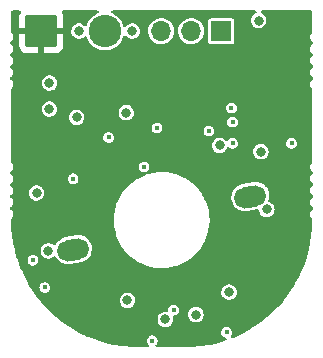
<source format=gbr>
%TF.GenerationSoftware,KiCad,Pcbnew,5.99.0-unknown-e61b1f03b8~131~ubuntu20.04.1*%
%TF.CreationDate,2021-08-02T15:41:01+00:00*%
%TF.ProjectId,beetleback_cg,62656574-6c65-4626-9163-6b5f63672e6b,2*%
%TF.SameCoordinates,PX5573000PY89ce520*%
%TF.FileFunction,Copper,L2,Inr*%
%TF.FilePolarity,Positive*%
%FSLAX46Y46*%
G04 Gerber Fmt 4.6, Leading zero omitted, Abs format (unit mm)*
G04 Created by KiCad (PCBNEW 5.99.0-unknown-e61b1f03b8~131~ubuntu20.04.1) date 2021-08-02 15:41:01*
%MOMM*%
%LPD*%
G01*
G04 APERTURE LIST*
G04 Aperture macros list*
%AMRoundRect*
0 Rectangle with rounded corners*
0 $1 Rounding radius*
0 $2 $3 $4 $5 $6 $7 $8 $9 X,Y pos of 4 corners*
0 Add a 4 corners polygon primitive as box body*
4,1,4,$2,$3,$4,$5,$6,$7,$8,$9,$2,$3,0*
0 Add four circle primitives for the rounded corners*
1,1,$1+$1,$2,$3*
1,1,$1+$1,$4,$5*
1,1,$1+$1,$6,$7*
1,1,$1+$1,$8,$9*
0 Add four rect primitives between the rounded corners*
20,1,$1+$1,$2,$3,$4,$5,0*
20,1,$1+$1,$4,$5,$6,$7,0*
20,1,$1+$1,$6,$7,$8,$9,0*
20,1,$1+$1,$8,$9,$2,$3,0*%
%AMHorizOval*
0 Thick line with rounded ends*
0 $1 width*
0 $2 $3 position (X,Y) of the first rounded end (center of the circle)*
0 $4 $5 position (X,Y) of the second rounded end (center of the circle)*
0 Add line between two ends*
20,1,$1,$2,$3,$4,$5,0*
0 Add two circle primitives to create the rounded ends*
1,1,$1,$2,$3*
1,1,$1,$4,$5*%
G04 Aperture macros list end*
%TA.AperFunction,ComponentPad*%
%ADD10HorizOval,1.800000X-0.441732X-0.085864X0.441732X0.085864X0*%
%TD*%
%TA.AperFunction,ComponentPad*%
%ADD11RoundRect,0.250000X-1.125000X-1.125000X1.125000X-1.125000X1.125000X1.125000X-1.125000X1.125000X0*%
%TD*%
%TA.AperFunction,ComponentPad*%
%ADD12C,2.750000*%
%TD*%
%TA.AperFunction,ComponentPad*%
%ADD13R,1.700000X1.700000*%
%TD*%
%TA.AperFunction,ComponentPad*%
%ADD14O,1.700000X1.700000*%
%TD*%
%TA.AperFunction,ViaPad*%
%ADD15C,0.400000*%
%TD*%
%TA.AperFunction,ViaPad*%
%ADD16C,0.800000*%
%TD*%
G04 APERTURE END LIST*
D10*
%TO.N,/MOTOR_PAD_2*%
%TO.C,J4*%
X7500000Y13000000D03*
%TD*%
D11*
%TO.N,/VBAT*%
%TO.C,J2*%
X-10200000Y27000000D03*
D12*
%TO.N,GND*%
X-4800000Y27000000D03*
%TD*%
D13*
%TO.N,/PWMIN1*%
%TO.C,J1*%
X5040000Y27000000D03*
D14*
%TO.N,+5V*%
X2500000Y27000000D03*
%TO.N,GND*%
X-40000Y27000000D03*
%TD*%
D10*
%TO.N,/MOTOR_PAD_1*%
%TO.C,J3*%
X-7500000Y8500000D03*
%TD*%
D15*
%TO.N,+12V*%
X-400000Y18800000D03*
X6000000Y19300000D03*
%TO.N,Net-(R4-Pad1)*%
X6000000Y17500000D03*
X5900000Y20500000D03*
%TO.N,/GH2*%
X-800000Y800000D03*
X-10900000Y7600000D03*
D16*
%TO.N,GND*%
X-10600000Y13300000D03*
X-9500000Y22600000D03*
X-9600000Y8400000D03*
X-3000000Y20100000D03*
X-2500000Y27000000D03*
X-2900000Y4200000D03*
X-9500000Y20400000D03*
X300000Y2600000D03*
X8400000Y16800000D03*
X-7200000Y19700000D03*
X8200000Y27900000D03*
X2900000Y3000000D03*
X8900000Y11900000D03*
X-7000000Y27000000D03*
X4900000Y17325500D03*
X5700000Y4900480D03*
D15*
%TO.N,/GL2*%
X1000000Y3399500D03*
X-9900000Y5300000D03*
%TO.N,/VBAT*%
X-4000000Y22500000D03*
D16*
X7100000Y10900000D03*
X-7500000Y6800000D03*
X-10300000Y23800000D03*
X4600000Y8400000D03*
X-7200000Y3200000D03*
D15*
X-3500000Y22500000D03*
D16*
X5700000Y7600000D03*
X-10300000Y19200000D03*
X7900000Y10000000D03*
X-5700000Y3100000D03*
X-8300000Y6200000D03*
X-10300000Y21500000D03*
D15*
%TO.N,/MOTOR_PWM_1*%
X-1500000Y15500000D03*
X-7500000Y14500000D03*
%TO.N,/MOTOR_EN*%
X4000000Y18549500D03*
X-4500000Y18000000D03*
%TO.N,/GL1OUT*%
X5500000Y1500000D03*
X11000000Y17500000D03*
%TD*%
%TA.AperFunction,Conductor*%
%TO.N,/VBAT*%
G36*
X-11987771Y28729998D02*
G01*
X-11941278Y28676342D01*
X-11931174Y28606068D01*
X-11948632Y28557884D01*
X-12012816Y28453757D01*
X-12018963Y28440576D01*
X-12070138Y28286290D01*
X-12073005Y28272914D01*
X-12082672Y28178562D01*
X-12083000Y28172145D01*
X-12083000Y27272115D01*
X-12078525Y27256876D01*
X-12077135Y27255671D01*
X-12069452Y27254000D01*
X-8335115Y27254000D01*
X-8319876Y27258475D01*
X-8318671Y27259865D01*
X-8317000Y27267548D01*
X-8317000Y28171694D01*
X-8317332Y28178146D01*
X-8327258Y28274195D01*
X-8330153Y28287613D01*
X-8381588Y28441784D01*
X-8387762Y28454962D01*
X-8451336Y28557697D01*
X-8470174Y28626149D01*
X-8449013Y28693918D01*
X-8394572Y28739490D01*
X-8344192Y28750000D01*
X-5456205Y28750000D01*
X-5388084Y28729998D01*
X-5341591Y28676342D01*
X-5331487Y28606068D01*
X-5360981Y28541488D01*
X-5407987Y28507591D01*
X-5535669Y28454704D01*
X-5535673Y28454702D01*
X-5540243Y28452809D01*
X-5758399Y28319123D01*
X-5952956Y28152956D01*
X-6119123Y27958399D01*
X-6252809Y27740243D01*
X-6254702Y27735673D01*
X-6254704Y27735669D01*
X-6346731Y27513495D01*
X-6391279Y27458214D01*
X-6458643Y27435793D01*
X-6527434Y27453351D01*
X-6546959Y27467636D01*
X-6626024Y27538081D01*
X-6661925Y27557090D01*
X-6713348Y27584317D01*
X-6765169Y27611755D01*
X-6781878Y27615952D01*
X-6910502Y27648260D01*
X-6910504Y27648260D01*
X-6917872Y27650111D01*
X-6925470Y27650151D01*
X-6925472Y27650151D01*
X-6992681Y27650503D01*
X-7075316Y27650935D01*
X-7082695Y27649163D01*
X-7082699Y27649163D01*
X-7221033Y27615952D01*
X-7221037Y27615951D01*
X-7228412Y27614180D01*
X-7251022Y27602510D01*
X-7339022Y27557090D01*
X-7368321Y27541968D01*
X-7374043Y27536976D01*
X-7374045Y27536975D01*
X-7481241Y27443462D01*
X-7481244Y27443459D01*
X-7486966Y27438467D01*
X-7577499Y27309652D01*
X-7634691Y27162961D01*
X-7635682Y27155432D01*
X-7651290Y27036879D01*
X-7655242Y27006862D01*
X-7637965Y26850367D01*
X-7583857Y26702510D01*
X-7579620Y26696204D01*
X-7579618Y26696201D01*
X-7554308Y26658536D01*
X-7496042Y26571828D01*
X-7379590Y26465865D01*
X-7372915Y26462241D01*
X-7247901Y26394363D01*
X-7247899Y26394362D01*
X-7241224Y26390738D01*
X-7233875Y26388810D01*
X-7096281Y26352713D01*
X-7096279Y26352713D01*
X-7088931Y26350785D01*
X-7005620Y26349476D01*
X-6939102Y26348431D01*
X-6939099Y26348431D01*
X-6931505Y26348312D01*
X-6778032Y26383462D01*
X-6637375Y26454205D01*
X-6544673Y26533380D01*
X-6479884Y26562411D01*
X-6409684Y26551806D01*
X-6356361Y26504931D01*
X-6346434Y26485787D01*
X-6258822Y26274274D01*
X-6252809Y26259757D01*
X-6119123Y26041601D01*
X-5952956Y25847044D01*
X-5758399Y25680877D01*
X-5540243Y25547191D01*
X-5535673Y25545298D01*
X-5535669Y25545296D01*
X-5308433Y25451172D01*
X-5303860Y25449278D01*
X-5215843Y25428147D01*
X-5059883Y25390703D01*
X-5059877Y25390702D01*
X-5055070Y25389548D01*
X-4800000Y25369474D01*
X-4544930Y25389548D01*
X-4540123Y25390702D01*
X-4540117Y25390703D01*
X-4384157Y25428147D01*
X-4296140Y25449278D01*
X-4291567Y25451172D01*
X-4064331Y25545296D01*
X-4064327Y25545298D01*
X-4059757Y25547191D01*
X-3841601Y25680877D01*
X-3647044Y25847044D01*
X-3480877Y26041601D01*
X-3347191Y26259757D01*
X-3341177Y26274274D01*
X-3251172Y26491567D01*
X-3251171Y26491569D01*
X-3249278Y26496140D01*
X-3236238Y26550455D01*
X-3200886Y26612024D01*
X-3137859Y26644707D01*
X-3067168Y26638126D01*
X-3009139Y26591319D01*
X-2996042Y26571828D01*
X-2879590Y26465865D01*
X-2872915Y26462241D01*
X-2747901Y26394363D01*
X-2747899Y26394362D01*
X-2741224Y26390738D01*
X-2733875Y26388810D01*
X-2596281Y26352713D01*
X-2596279Y26352713D01*
X-2588931Y26350785D01*
X-2505620Y26349476D01*
X-2439102Y26348431D01*
X-2439099Y26348431D01*
X-2431505Y26348312D01*
X-2278032Y26383462D01*
X-2137375Y26454205D01*
X-2091022Y26493794D01*
X-2023426Y26551526D01*
X-2023424Y26551529D01*
X-2017652Y26556458D01*
X-1925776Y26684317D01*
X-1867050Y26830402D01*
X-1844866Y26986277D01*
X-1844797Y26992897D01*
X-1844765Y26995866D01*
X-1844765Y26995872D01*
X-1844722Y27000000D01*
X-1845581Y27007103D01*
X-1848223Y27028931D01*
X-1144836Y27028931D01*
X-1131608Y26827106D01*
X-1111445Y26747714D01*
X-1083613Y26638126D01*
X-1081822Y26631072D01*
X-997144Y26447393D01*
X-993811Y26442677D01*
X-964085Y26400616D01*
X-880412Y26282220D01*
X-735534Y26141087D01*
X-567363Y26028718D01*
X-562060Y26026440D01*
X-562057Y26026438D01*
X-449097Y25977907D01*
X-381530Y25948878D01*
X-184260Y25904240D01*
X-178491Y25904013D01*
X-178488Y25904013D01*
X-102317Y25901021D01*
X17842Y25896300D01*
X106338Y25909131D01*
X212286Y25924492D01*
X212291Y25924493D01*
X218007Y25925322D01*
X223479Y25927180D01*
X223481Y25927180D01*
X404067Y25988481D01*
X404069Y25988482D01*
X409531Y25990336D01*
X559434Y26074285D01*
X580964Y26086342D01*
X580965Y26086343D01*
X586001Y26089163D01*
X648433Y26141087D01*
X737073Y26214809D01*
X741505Y26218495D01*
X870837Y26373999D01*
X876137Y26383462D01*
X922284Y26465865D01*
X969664Y26550469D01*
X976915Y26571828D01*
X1032820Y26736519D01*
X1032820Y26736521D01*
X1034678Y26741993D01*
X1035507Y26747709D01*
X1035508Y26747714D01*
X1063167Y26938484D01*
X1063700Y26942158D01*
X1065215Y27000000D01*
X1062557Y27028931D01*
X1395164Y27028931D01*
X1408392Y26827106D01*
X1428555Y26747714D01*
X1456387Y26638126D01*
X1458178Y26631072D01*
X1542856Y26447393D01*
X1546189Y26442677D01*
X1575915Y26400616D01*
X1659588Y26282220D01*
X1804466Y26141087D01*
X1972637Y26028718D01*
X1977940Y26026440D01*
X1977943Y26026438D01*
X2090903Y25977907D01*
X2158470Y25948878D01*
X2355740Y25904240D01*
X2361509Y25904013D01*
X2361512Y25904013D01*
X2437683Y25901021D01*
X2557842Y25896300D01*
X2646338Y25909131D01*
X2752286Y25924492D01*
X2752291Y25924493D01*
X2758007Y25925322D01*
X2763479Y25927180D01*
X2763481Y25927180D01*
X2944067Y25988481D01*
X2944069Y25988482D01*
X2949531Y25990336D01*
X3099434Y26074285D01*
X3120964Y26086342D01*
X3120965Y26086343D01*
X3126001Y26089163D01*
X3188433Y26141087D01*
X3277073Y26214809D01*
X3281505Y26218495D01*
X3410837Y26373999D01*
X3416137Y26383462D01*
X3462284Y26465865D01*
X3509664Y26550469D01*
X3516915Y26571828D01*
X3572820Y26736519D01*
X3572820Y26736521D01*
X3574678Y26741993D01*
X3575507Y26747709D01*
X3575508Y26747714D01*
X3603167Y26938484D01*
X3603700Y26942158D01*
X3605215Y27000000D01*
X3586708Y27201409D01*
X3573447Y27248431D01*
X3540327Y27365865D01*
X3531807Y27396074D01*
X3442351Y27577473D01*
X3424079Y27601943D01*
X3324788Y27734909D01*
X3324787Y27734910D01*
X3321335Y27739533D01*
X3303264Y27756238D01*
X3177053Y27872906D01*
X3177051Y27872908D01*
X3172812Y27876826D01*
X3142636Y27895866D01*
X3136704Y27899609D01*
X3939456Y27899609D01*
X3939500Y27850000D01*
X3939500Y26100389D01*
X3939543Y26099954D01*
X3977760Y26007918D01*
X4048288Y25937512D01*
X4077790Y25925322D01*
X4116976Y25909131D01*
X4140391Y25899456D01*
X4152804Y25899467D01*
X4190000Y25899500D01*
X5939611Y25899500D01*
X5940046Y25899543D01*
X6032082Y25937760D01*
X6102488Y26008288D01*
X6140544Y26100391D01*
X6140500Y26150000D01*
X6140500Y27899611D01*
X6140457Y27900046D01*
X6102240Y27992082D01*
X6031712Y28062488D01*
X5939609Y28100544D01*
X5927196Y28100533D01*
X5890000Y28100500D01*
X4140389Y28100500D01*
X4139954Y28100457D01*
X4047918Y28062240D01*
X3977512Y27991712D01*
X3972772Y27980240D01*
X3945565Y27914393D01*
X3939456Y27899609D01*
X3136704Y27899609D01*
X3006637Y27981675D01*
X3001757Y27984754D01*
X2813898Y28059702D01*
X2615526Y28099161D01*
X2609752Y28099237D01*
X2609748Y28099237D01*
X2507257Y28100578D01*
X2413286Y28101808D01*
X2407589Y28100829D01*
X2407588Y28100829D01*
X2219646Y28068535D01*
X2219645Y28068535D01*
X2213949Y28067556D01*
X2024193Y27997551D01*
X2019232Y27994599D01*
X2019231Y27994599D01*
X1859068Y27899312D01*
X1850371Y27894138D01*
X1698305Y27760780D01*
X1573089Y27601943D01*
X1478914Y27422947D01*
X1418937Y27229787D01*
X1395164Y27028931D01*
X1062557Y27028931D01*
X1046708Y27201409D01*
X1033447Y27248431D01*
X1000327Y27365865D01*
X991807Y27396074D01*
X902351Y27577473D01*
X884079Y27601943D01*
X784788Y27734909D01*
X784787Y27734910D01*
X781335Y27739533D01*
X763264Y27756238D01*
X637053Y27872906D01*
X637051Y27872908D01*
X632812Y27876826D01*
X602636Y27895866D01*
X466637Y27981675D01*
X461757Y27984754D01*
X273898Y28059702D01*
X75526Y28099161D01*
X69752Y28099237D01*
X69748Y28099237D01*
X-32743Y28100578D01*
X-126714Y28101808D01*
X-132411Y28100829D01*
X-132412Y28100829D01*
X-320354Y28068535D01*
X-320355Y28068535D01*
X-326051Y28067556D01*
X-515807Y27997551D01*
X-520768Y27994599D01*
X-520769Y27994599D01*
X-680932Y27899312D01*
X-689629Y27894138D01*
X-841695Y27760780D01*
X-966911Y27601943D01*
X-1061086Y27422947D01*
X-1121063Y27229787D01*
X-1144836Y27028931D01*
X-1848223Y27028931D01*
X-1862725Y27148766D01*
X-1863637Y27156306D01*
X-1876611Y27190642D01*
X-1916606Y27296486D01*
X-1916607Y27296489D01*
X-1919290Y27303588D01*
X-2008469Y27433343D01*
X-2098429Y27513495D01*
X-2120352Y27533028D01*
X-2120356Y27533031D01*
X-2126024Y27538081D01*
X-2161925Y27557090D01*
X-2213348Y27584317D01*
X-2265169Y27611755D01*
X-2281878Y27615952D01*
X-2410502Y27648260D01*
X-2410504Y27648260D01*
X-2417872Y27650111D01*
X-2425470Y27650151D01*
X-2425472Y27650151D01*
X-2492681Y27650503D01*
X-2575316Y27650935D01*
X-2582695Y27649163D01*
X-2582699Y27649163D01*
X-2721033Y27615952D01*
X-2721037Y27615951D01*
X-2728412Y27614180D01*
X-2751022Y27602510D01*
X-2839022Y27557090D01*
X-2868321Y27541968D01*
X-2874043Y27536976D01*
X-2874045Y27536975D01*
X-2981241Y27443462D01*
X-2981244Y27443459D01*
X-2986966Y27438467D01*
X-2991333Y27432253D01*
X-2991336Y27432250D01*
X-3010325Y27405231D01*
X-3065859Y27360999D01*
X-3136491Y27353813D01*
X-3199795Y27385954D01*
X-3235930Y27448266D01*
X-3248120Y27499039D01*
X-3248122Y27499046D01*
X-3249278Y27503860D01*
X-3261361Y27533031D01*
X-3345296Y27735669D01*
X-3345298Y27735673D01*
X-3347191Y27740243D01*
X-3480877Y27958399D01*
X-3647044Y28152956D01*
X-3841601Y28319123D01*
X-4059757Y28452809D01*
X-4064327Y28454702D01*
X-4064331Y28454704D01*
X-4192013Y28507591D01*
X-4247294Y28552139D01*
X-4269715Y28619503D01*
X-4252157Y28688294D01*
X-4200195Y28736672D01*
X-4143795Y28750000D01*
X7909640Y28750000D01*
X7977761Y28729998D01*
X8024254Y28676342D01*
X8034358Y28606068D01*
X8004864Y28541488D01*
X7967430Y28512034D01*
X7856355Y28454704D01*
X7831679Y28441968D01*
X7825957Y28436976D01*
X7825955Y28436975D01*
X7718759Y28343462D01*
X7718756Y28343459D01*
X7713034Y28338467D01*
X7622501Y28209652D01*
X7565309Y28062961D01*
X7564318Y28055432D01*
X7552039Y27962164D01*
X7544758Y27906862D01*
X7562035Y27750367D01*
X7616143Y27602510D01*
X7620380Y27596204D01*
X7620382Y27596201D01*
X7638713Y27568922D01*
X7703958Y27471828D01*
X7724264Y27453351D01*
X7803641Y27381124D01*
X7820410Y27365865D01*
X7827085Y27362241D01*
X7952099Y27294363D01*
X7952101Y27294362D01*
X7958776Y27290738D01*
X7966125Y27288810D01*
X8103719Y27252713D01*
X8103721Y27252713D01*
X8111069Y27250785D01*
X8194380Y27249476D01*
X8260898Y27248431D01*
X8260901Y27248431D01*
X8268495Y27248312D01*
X8421968Y27283462D01*
X8562625Y27354205D01*
X8609521Y27394258D01*
X8676574Y27451526D01*
X8676576Y27451529D01*
X8682348Y27456458D01*
X8774224Y27584317D01*
X8779256Y27596833D01*
X8830114Y27723348D01*
X8832950Y27730402D01*
X8839953Y27779607D01*
X8854553Y27882193D01*
X8854553Y27882196D01*
X8855134Y27886277D01*
X8855202Y27892746D01*
X8855235Y27895866D01*
X8855235Y27895872D01*
X8855278Y27900000D01*
X8836363Y28056306D01*
X8792762Y28171694D01*
X8783394Y28196486D01*
X8783393Y28196489D01*
X8780710Y28203588D01*
X8691531Y28333343D01*
X8644971Y28374826D01*
X8579648Y28433028D01*
X8579645Y28433030D01*
X8573976Y28438081D01*
X8544370Y28453757D01*
X8434831Y28511755D01*
X8436106Y28514163D01*
X8389885Y28549457D01*
X8365710Y28616211D01*
X8381463Y28685438D01*
X8432141Y28735159D01*
X8491469Y28750000D01*
X12624000Y28750000D01*
X12692121Y28729998D01*
X12738614Y28676342D01*
X12750000Y28624000D01*
X12750000Y27037034D01*
X12747579Y27012453D01*
X12745102Y27000000D01*
X12746154Y26994709D01*
X12747123Y26983018D01*
X12749996Y26948342D01*
X12735687Y26878802D01*
X12709955Y26845413D01*
X12651361Y26791249D01*
X12651358Y26791245D01*
X12644444Y26784854D01*
X12576404Y26667713D01*
X12545815Y26535745D01*
X12546480Y26526350D01*
X12546480Y26526347D01*
X12551239Y26459140D01*
X12555383Y26400616D01*
X12558779Y26391837D01*
X12558780Y26391834D01*
X12600864Y26283054D01*
X12604261Y26274274D01*
X12688128Y26167890D01*
X12695875Y26162535D01*
X12695877Y26162534D01*
X12781053Y26103666D01*
X12825720Y26048481D01*
X12833461Y25977907D01*
X12801818Y25914352D01*
X12763959Y25886431D01*
X12743921Y25876809D01*
X12737006Y25870417D01*
X12651357Y25791245D01*
X12651355Y25791242D01*
X12644444Y25784854D01*
X12576404Y25667713D01*
X12574277Y25658536D01*
X12551024Y25558216D01*
X12545815Y25535745D01*
X12546480Y25526350D01*
X12546480Y25526347D01*
X12550877Y25464255D01*
X12555383Y25400616D01*
X12558779Y25391837D01*
X12558780Y25391834D01*
X12578267Y25341464D01*
X12604261Y25274274D01*
X12688128Y25167890D01*
X12695875Y25162535D01*
X12695877Y25162534D01*
X12781053Y25103666D01*
X12825720Y25048481D01*
X12833461Y24977907D01*
X12801818Y24914352D01*
X12763959Y24886431D01*
X12743921Y24876809D01*
X12737006Y24870417D01*
X12651357Y24791245D01*
X12651355Y24791242D01*
X12644444Y24784854D01*
X12576404Y24667713D01*
X12545815Y24535745D01*
X12546480Y24526350D01*
X12546480Y24526347D01*
X12550877Y24464255D01*
X12555383Y24400616D01*
X12604261Y24274274D01*
X12688128Y24167890D01*
X12695875Y24162535D01*
X12695877Y24162534D01*
X12781053Y24103666D01*
X12825720Y24048481D01*
X12833461Y23977907D01*
X12801818Y23914352D01*
X12763959Y23886431D01*
X12743921Y23876809D01*
X12737006Y23870417D01*
X12651357Y23791245D01*
X12651355Y23791242D01*
X12644444Y23784854D01*
X12576404Y23667713D01*
X12545815Y23535745D01*
X12546480Y23526350D01*
X12546480Y23526347D01*
X12550877Y23464255D01*
X12555383Y23400616D01*
X12604261Y23274274D01*
X12688128Y23167890D01*
X12695875Y23162535D01*
X12695877Y23162534D01*
X12781053Y23103666D01*
X12825720Y23048481D01*
X12833461Y22977907D01*
X12801818Y22914352D01*
X12763959Y22886431D01*
X12743921Y22876809D01*
X12737006Y22870417D01*
X12651357Y22791245D01*
X12651355Y22791242D01*
X12644444Y22784854D01*
X12576404Y22667713D01*
X12574277Y22658536D01*
X12559751Y22595866D01*
X12545815Y22535745D01*
X12546480Y22526350D01*
X12546480Y22526347D01*
X12550877Y22464255D01*
X12555383Y22400616D01*
X12558779Y22391837D01*
X12558780Y22391834D01*
X12600864Y22283054D01*
X12604261Y22274274D01*
X12688128Y22167890D01*
X12695878Y22162534D01*
X12702742Y22156088D01*
X12701841Y22155128D01*
X12740473Y22107397D01*
X12749737Y22048526D01*
X12746154Y22005291D01*
X12745102Y22000000D01*
X12747522Y21987834D01*
X12747522Y21987832D01*
X12747579Y21987547D01*
X12750000Y21962966D01*
X12750000Y16037034D01*
X12747579Y16012453D01*
X12745102Y16000000D01*
X12746154Y15994709D01*
X12747123Y15983018D01*
X12749996Y15948342D01*
X12735687Y15878802D01*
X12709955Y15845413D01*
X12651361Y15791249D01*
X12651358Y15791245D01*
X12644444Y15784854D01*
X12576404Y15667713D01*
X12545815Y15535745D01*
X12546480Y15526350D01*
X12546480Y15526347D01*
X12550877Y15464255D01*
X12555383Y15400616D01*
X12558779Y15391837D01*
X12558780Y15391834D01*
X12600864Y15283054D01*
X12604261Y15274274D01*
X12688128Y15167890D01*
X12695875Y15162535D01*
X12695877Y15162534D01*
X12781053Y15103666D01*
X12825720Y15048481D01*
X12833461Y14977907D01*
X12801818Y14914352D01*
X12763959Y14886431D01*
X12743921Y14876809D01*
X12737006Y14870417D01*
X12651357Y14791245D01*
X12651355Y14791242D01*
X12644444Y14784854D01*
X12576404Y14667713D01*
X12545815Y14535745D01*
X12546480Y14526350D01*
X12546480Y14526347D01*
X12550877Y14464255D01*
X12555383Y14400616D01*
X12558779Y14391837D01*
X12558780Y14391834D01*
X12573591Y14353550D01*
X12604261Y14274274D01*
X12688128Y14167890D01*
X12695875Y14162535D01*
X12695877Y14162534D01*
X12781053Y14103666D01*
X12825720Y14048481D01*
X12833461Y13977907D01*
X12801818Y13914352D01*
X12763959Y13886431D01*
X12743921Y13876809D01*
X12737006Y13870417D01*
X12651357Y13791245D01*
X12651355Y13791242D01*
X12644444Y13784854D01*
X12576404Y13667713D01*
X12545815Y13535745D01*
X12546480Y13526350D01*
X12546480Y13526347D01*
X12551440Y13456306D01*
X12555383Y13400616D01*
X12558779Y13391837D01*
X12558780Y13391834D01*
X12598853Y13288252D01*
X12604261Y13274274D01*
X12688128Y13167890D01*
X12695875Y13162535D01*
X12695877Y13162534D01*
X12781053Y13103666D01*
X12825720Y13048481D01*
X12833461Y12977907D01*
X12801818Y12914352D01*
X12763959Y12886431D01*
X12743921Y12876809D01*
X12737006Y12870417D01*
X12651357Y12791245D01*
X12651355Y12791242D01*
X12644444Y12784854D01*
X12576404Y12667713D01*
X12574277Y12658536D01*
X12549168Y12550209D01*
X12545815Y12535745D01*
X12546480Y12526350D01*
X12546480Y12526347D01*
X12550877Y12464255D01*
X12555383Y12400616D01*
X12558779Y12391837D01*
X12558780Y12391834D01*
X12584969Y12324141D01*
X12604261Y12274274D01*
X12688128Y12167890D01*
X12695875Y12162535D01*
X12695877Y12162534D01*
X12781053Y12103666D01*
X12825720Y12048481D01*
X12833461Y11977907D01*
X12801818Y11914352D01*
X12763959Y11886431D01*
X12743921Y11876809D01*
X12737006Y11870417D01*
X12651357Y11791245D01*
X12651355Y11791242D01*
X12644444Y11784854D01*
X12576404Y11667713D01*
X12545815Y11535745D01*
X12546480Y11526350D01*
X12546480Y11526347D01*
X12551429Y11456458D01*
X12555383Y11400616D01*
X12558779Y11391837D01*
X12558780Y11391834D01*
X12598637Y11288810D01*
X12604261Y11274274D01*
X12688128Y11167890D01*
X12695878Y11162534D01*
X12702742Y11156088D01*
X12701841Y11155128D01*
X12740473Y11107397D01*
X12749737Y11048526D01*
X12746154Y11005291D01*
X12745102Y11000000D01*
X12747523Y10987831D01*
X12747523Y10981411D01*
X12748960Y10964262D01*
X12731920Y10378611D01*
X12731494Y10371303D01*
X12721924Y10261913D01*
X12677631Y9755649D01*
X12676780Y9748370D01*
X12663664Y9658825D01*
X12588231Y9143845D01*
X12587214Y9136905D01*
X12585943Y9129697D01*
X12569680Y9050935D01*
X12460975Y8524475D01*
X12459285Y8517343D01*
X12299337Y7920411D01*
X12297235Y7913389D01*
X12102847Y7326758D01*
X12100340Y7319871D01*
X11872177Y6745550D01*
X11869274Y6738820D01*
X11608097Y6178725D01*
X11604807Y6172175D01*
X11317792Y5639871D01*
X11311516Y5628232D01*
X11307857Y5621894D01*
X11196969Y5442116D01*
X10983417Y5095896D01*
X10979389Y5089773D01*
X10624926Y4583546D01*
X10620556Y4577675D01*
X10473608Y4391829D01*
X10237249Y4092906D01*
X10232538Y4087292D01*
X9821700Y3625636D01*
X9816670Y3620305D01*
X9379695Y3183330D01*
X9374364Y3178300D01*
X8912708Y2767462D01*
X8907094Y2762751D01*
X8608171Y2526392D01*
X8422325Y2379444D01*
X8416454Y2375074D01*
X7910227Y2020611D01*
X7904104Y2016583D01*
X7740160Y1915461D01*
X7378106Y1692143D01*
X7371776Y1688489D01*
X7218313Y1605742D01*
X6827825Y1395193D01*
X6821275Y1391903D01*
X6427493Y1208279D01*
X6287442Y1142972D01*
X6261180Y1130726D01*
X6254453Y1127824D01*
X6082139Y1059368D01*
X6002773Y1027838D01*
X5932080Y1021276D01*
X5869062Y1053976D01*
X5833727Y1115554D01*
X5837292Y1186461D01*
X5862837Y1229490D01*
X5871299Y1238839D01*
X5877322Y1245493D01*
X5933588Y1361625D01*
X5939236Y1395193D01*
X5954190Y1484083D01*
X5954997Y1488880D01*
X5955133Y1500000D01*
X5947748Y1551567D01*
X5938112Y1618855D01*
X5938111Y1618858D01*
X5936839Y1627741D01*
X5909221Y1688484D01*
X5887145Y1737038D01*
X5887143Y1737041D01*
X5883428Y1745212D01*
X5827193Y1810476D01*
X5805051Y1836174D01*
X5805049Y1836176D01*
X5799193Y1842972D01*
X5690906Y1913159D01*
X5682311Y1915729D01*
X5682310Y1915730D01*
X5575874Y1947562D01*
X5575872Y1947562D01*
X5567273Y1950134D01*
X5558298Y1950189D01*
X5558297Y1950189D01*
X5503641Y1950523D01*
X5438231Y1950922D01*
X5426475Y1947562D01*
X5322786Y1917928D01*
X5322784Y1917927D01*
X5314155Y1915461D01*
X5205019Y1846601D01*
X5119596Y1749878D01*
X5115782Y1741755D01*
X5115781Y1741753D01*
X5092492Y1692148D01*
X5064754Y1633068D01*
X5059105Y1596784D01*
X5046282Y1514433D01*
X5046282Y1514429D01*
X5044901Y1505560D01*
X5046065Y1496658D01*
X5046065Y1496655D01*
X5060468Y1386511D01*
X5060469Y1386507D01*
X5061633Y1377606D01*
X5113605Y1259490D01*
X5119382Y1252617D01*
X5119383Y1252616D01*
X5148541Y1217928D01*
X5196639Y1160709D01*
X5304060Y1089204D01*
X5418743Y1053375D01*
X5477799Y1013969D01*
X5506176Y948890D01*
X5494864Y878801D01*
X5447454Y825953D01*
X5420800Y813503D01*
X5086610Y702765D01*
X5079589Y700663D01*
X4482657Y540715D01*
X4475525Y539025D01*
X4096240Y460709D01*
X3870303Y414057D01*
X3863105Y412788D01*
X3439396Y350724D01*
X3251630Y323220D01*
X3244351Y322369D01*
X3078733Y307879D01*
X2628697Y268506D01*
X2621398Y268081D01*
X2281940Y258203D01*
X2035738Y251040D01*
X2018592Y252477D01*
X2012171Y252477D01*
X2000000Y254898D01*
X1987829Y252477D01*
X1987547Y252421D01*
X1962966Y250000D01*
X-406145Y250000D01*
X-474266Y270002D01*
X-520759Y323658D01*
X-530863Y393932D01*
X-499560Y460555D01*
X-428700Y538839D01*
X-428697Y538843D01*
X-422678Y545493D01*
X-366412Y661625D01*
X-359684Y701613D01*
X-345810Y784083D01*
X-345003Y788880D01*
X-344867Y800000D01*
X-363161Y927741D01*
X-372777Y948890D01*
X-412855Y1037038D01*
X-412857Y1037041D01*
X-416572Y1045212D01*
X-477182Y1115554D01*
X-494949Y1136174D01*
X-494951Y1136176D01*
X-500807Y1142972D01*
X-609094Y1213159D01*
X-617689Y1215729D01*
X-617690Y1215730D01*
X-724126Y1247562D01*
X-724128Y1247562D01*
X-732727Y1250134D01*
X-741702Y1250189D01*
X-741703Y1250189D01*
X-796359Y1250523D01*
X-861769Y1250922D01*
X-923807Y1233192D01*
X-977214Y1217928D01*
X-977216Y1217927D01*
X-985845Y1215461D01*
X-993435Y1210672D01*
X-1080509Y1155732D01*
X-1094981Y1146601D01*
X-1100924Y1139872D01*
X-1100925Y1139871D01*
X-1111565Y1127823D01*
X-1180404Y1049878D01*
X-1184218Y1041755D01*
X-1184219Y1041753D01*
X-1190752Y1027838D01*
X-1235246Y933068D01*
X-1240659Y898304D01*
X-1253718Y814433D01*
X-1253718Y814429D01*
X-1255099Y805560D01*
X-1253935Y796658D01*
X-1253935Y796655D01*
X-1239532Y686511D01*
X-1239531Y686507D01*
X-1238367Y677606D01*
X-1186395Y559490D01*
X-1180618Y552617D01*
X-1180617Y552616D01*
X-1103361Y460709D01*
X-1105120Y459230D01*
X-1074313Y409608D01*
X-1075420Y338620D01*
X-1114731Y279500D01*
X-1179764Y251018D01*
X-1195748Y250000D01*
X-1962966Y250000D01*
X-1987547Y252421D01*
X-1987829Y252477D01*
X-2000000Y254898D01*
X-2012171Y252477D01*
X-2018592Y252477D01*
X-2035738Y251040D01*
X-2281940Y258203D01*
X-2621398Y268081D01*
X-2628697Y268506D01*
X-3078733Y307879D01*
X-3244351Y322369D01*
X-3251630Y323220D01*
X-3439396Y350724D01*
X-3863105Y412788D01*
X-3870303Y414057D01*
X-4096240Y460709D01*
X-4475525Y539025D01*
X-4482657Y540715D01*
X-5079589Y700663D01*
X-5086611Y702765D01*
X-5673242Y897153D01*
X-5680129Y899660D01*
X-6254450Y1127823D01*
X-6261180Y1130726D01*
X-6287441Y1142972D01*
X-6427493Y1208279D01*
X-6821275Y1391903D01*
X-6827825Y1395193D01*
X-7218313Y1605742D01*
X-7371776Y1688489D01*
X-7378106Y1692143D01*
X-7740160Y1915461D01*
X-7904104Y2016583D01*
X-7910227Y2020611D01*
X-8416454Y2375074D01*
X-8422325Y2379444D01*
X-8608171Y2526392D01*
X-8709941Y2606862D01*
X-355242Y2606862D01*
X-337965Y2450367D01*
X-283857Y2302510D01*
X-279620Y2296204D01*
X-279618Y2296201D01*
X-239291Y2236189D01*
X-196042Y2171828D01*
X-79590Y2065865D01*
X-72915Y2062241D01*
X52099Y1994363D01*
X52101Y1994362D01*
X58776Y1990738D01*
X66125Y1988810D01*
X203719Y1952713D01*
X203721Y1952713D01*
X211069Y1950785D01*
X294380Y1949476D01*
X360898Y1948431D01*
X360901Y1948431D01*
X368495Y1948312D01*
X521968Y1983462D01*
X662625Y2054205D01*
X688869Y2076619D01*
X776574Y2151526D01*
X776576Y2151529D01*
X782348Y2156458D01*
X874224Y2284317D01*
X932950Y2430402D01*
X951768Y2562623D01*
X954553Y2582193D01*
X954553Y2582196D01*
X955134Y2586277D01*
X955278Y2600000D01*
X936363Y2756306D01*
X928362Y2777481D01*
X922992Y2848271D01*
X956748Y2910730D01*
X1018913Y2945023D01*
X1041095Y2947251D01*
X1047280Y2948022D01*
X1056255Y2947857D01*
X1118505Y2964828D01*
X1172092Y2979438D01*
X1172093Y2979438D01*
X1180755Y2981800D01*
X1188405Y2986497D01*
X1188407Y2986498D01*
X1221573Y3006862D01*
X2244758Y3006862D01*
X2262035Y2850367D01*
X2316143Y2702510D01*
X2320380Y2696204D01*
X2320382Y2696201D01*
X2360709Y2636189D01*
X2403958Y2571828D01*
X2520410Y2465865D01*
X2541885Y2454205D01*
X2652099Y2394363D01*
X2652101Y2394362D01*
X2658776Y2390738D01*
X2666125Y2388810D01*
X2803719Y2352713D01*
X2803721Y2352713D01*
X2811069Y2350785D01*
X2894380Y2349476D01*
X2960898Y2348431D01*
X2960901Y2348431D01*
X2968495Y2348312D01*
X3121968Y2383462D01*
X3262625Y2454205D01*
X3288869Y2476619D01*
X3376574Y2551526D01*
X3376576Y2551529D01*
X3382348Y2556458D01*
X3474224Y2684317D01*
X3532950Y2830402D01*
X3555134Y2986277D01*
X3555202Y2992746D01*
X3555235Y2995866D01*
X3555235Y2995872D01*
X3555278Y3000000D01*
X3536363Y3156306D01*
X3501617Y3248259D01*
X3483394Y3296486D01*
X3483393Y3296489D01*
X3480710Y3303588D01*
X3391531Y3433343D01*
X3280164Y3532568D01*
X3279648Y3533028D01*
X3279645Y3533030D01*
X3273976Y3538081D01*
X3254429Y3548431D01*
X3174525Y3590738D01*
X3134831Y3611755D01*
X3036165Y3636538D01*
X2989498Y3648260D01*
X2989496Y3648260D01*
X2982128Y3650111D01*
X2974530Y3650151D01*
X2974528Y3650151D01*
X2907319Y3650503D01*
X2824684Y3650935D01*
X2817305Y3649163D01*
X2817301Y3649163D01*
X2678967Y3615952D01*
X2678963Y3615951D01*
X2671588Y3614180D01*
X2531679Y3541968D01*
X2525957Y3536976D01*
X2525955Y3536975D01*
X2418759Y3443462D01*
X2418756Y3443459D01*
X2413034Y3438467D01*
X2322501Y3309652D01*
X2265309Y3162961D01*
X2261888Y3136975D01*
X2248101Y3032253D01*
X2244758Y3006862D01*
X1221573Y3006862D01*
X1283072Y3044622D01*
X1283075Y3044625D01*
X1290724Y3049321D01*
X1296750Y3055978D01*
X1371300Y3138339D01*
X1371303Y3138343D01*
X1377322Y3144993D01*
X1433588Y3261125D01*
X1454997Y3388380D01*
X1455133Y3399500D01*
X1436839Y3527241D01*
X1432413Y3536975D01*
X1387145Y3636538D01*
X1387143Y3636541D01*
X1383428Y3644712D01*
X1299193Y3742472D01*
X1190906Y3812659D01*
X1182311Y3815229D01*
X1182310Y3815230D01*
X1075874Y3847062D01*
X1075872Y3847062D01*
X1067273Y3849634D01*
X1058298Y3849689D01*
X1058297Y3849689D01*
X1003641Y3850023D01*
X938231Y3850422D01*
X926475Y3847062D01*
X822786Y3817428D01*
X822784Y3817427D01*
X814155Y3814961D01*
X806565Y3810172D01*
X731205Y3762623D01*
X705019Y3746101D01*
X619596Y3649378D01*
X615782Y3641255D01*
X615781Y3641253D01*
X593767Y3594363D01*
X564754Y3532568D01*
X563374Y3523702D01*
X546282Y3413933D01*
X546282Y3413929D01*
X544901Y3405060D01*
X546065Y3396158D01*
X546065Y3396155D01*
X547362Y3386240D01*
X536362Y3316101D01*
X489187Y3263044D01*
X420817Y3243913D01*
X391732Y3247699D01*
X389501Y3248259D01*
X382128Y3250111D01*
X374530Y3250151D01*
X374528Y3250151D01*
X307319Y3250503D01*
X224684Y3250935D01*
X217305Y3249163D01*
X217301Y3249163D01*
X78967Y3215952D01*
X78963Y3215951D01*
X71588Y3214180D01*
X-11963Y3171056D01*
X-40541Y3156306D01*
X-68321Y3141968D01*
X-74043Y3136976D01*
X-74045Y3136975D01*
X-181241Y3043462D01*
X-181244Y3043459D01*
X-186966Y3038467D01*
X-277499Y2909652D01*
X-334691Y2762961D01*
X-355242Y2606862D01*
X-8709941Y2606862D01*
X-8907094Y2762751D01*
X-8912708Y2767462D01*
X-9374364Y3178300D01*
X-9379695Y3183330D01*
X-9816670Y3620305D01*
X-9821700Y3625636D01*
X-10232538Y4087292D01*
X-10237249Y4092906D01*
X-10327354Y4206862D01*
X-3555242Y4206862D01*
X-3537965Y4050367D01*
X-3483857Y3902510D01*
X-3479620Y3896204D01*
X-3479618Y3896201D01*
X-3446597Y3847062D01*
X-3396042Y3771828D01*
X-3279590Y3665865D01*
X-3225577Y3636538D01*
X-3147901Y3594363D01*
X-3147899Y3594362D01*
X-3141224Y3590738D01*
X-3133875Y3588810D01*
X-2996281Y3552713D01*
X-2996279Y3552713D01*
X-2988931Y3550785D01*
X-2905620Y3549476D01*
X-2839102Y3548431D01*
X-2839099Y3548431D01*
X-2831505Y3548312D01*
X-2678032Y3583462D01*
X-2537375Y3654205D01*
X-2511131Y3676619D01*
X-2423426Y3751526D01*
X-2423424Y3751529D01*
X-2417652Y3756458D01*
X-2325776Y3884317D01*
X-2267050Y4030402D01*
X-2244866Y4186277D01*
X-2244722Y4200000D01*
X-2263637Y4356306D01*
X-2299799Y4452006D01*
X-2316606Y4496486D01*
X-2316607Y4496489D01*
X-2319290Y4503588D01*
X-2408469Y4633343D01*
X-2455029Y4674826D01*
X-2520352Y4733028D01*
X-2520355Y4733030D01*
X-2526024Y4738081D01*
X-2550134Y4750847D01*
X-2658457Y4808201D01*
X-2658456Y4808201D01*
X-2665169Y4811755D01*
X-2681878Y4815952D01*
X-2810502Y4848260D01*
X-2810504Y4848260D01*
X-2817872Y4850111D01*
X-2825470Y4850151D01*
X-2825472Y4850151D01*
X-2892681Y4850503D01*
X-2975316Y4850935D01*
X-2982695Y4849163D01*
X-2982699Y4849163D01*
X-3121033Y4815952D01*
X-3121037Y4815951D01*
X-3128412Y4814180D01*
X-3268321Y4741968D01*
X-3274043Y4736976D01*
X-3274045Y4736975D01*
X-3381241Y4643462D01*
X-3381244Y4643459D01*
X-3386966Y4638467D01*
X-3477499Y4509652D01*
X-3534691Y4362961D01*
X-3536230Y4351272D01*
X-3549498Y4250488D01*
X-3555242Y4206862D01*
X-10327354Y4206862D01*
X-10473608Y4391829D01*
X-10620556Y4577675D01*
X-10624926Y4583546D01*
X-10979389Y5089773D01*
X-10983417Y5095896D01*
X-11112740Y5305560D01*
X-10355099Y5305560D01*
X-10353935Y5296658D01*
X-10353935Y5296655D01*
X-10339532Y5186511D01*
X-10339531Y5186507D01*
X-10338367Y5177606D01*
X-10286395Y5059490D01*
X-10203361Y4960709D01*
X-10195884Y4955732D01*
X-10123188Y4907342D01*
X-10095940Y4889204D01*
X-9972767Y4850722D01*
X-9963797Y4850558D01*
X-9963793Y4850557D01*
X-9905058Y4849481D01*
X-9843745Y4848357D01*
X-9781495Y4865329D01*
X-9727908Y4879938D01*
X-9727907Y4879938D01*
X-9719245Y4882300D01*
X-9711595Y4886997D01*
X-9711593Y4886998D01*
X-9678459Y4907342D01*
X5044758Y4907342D01*
X5062035Y4750847D01*
X5116143Y4602990D01*
X5120380Y4596684D01*
X5120382Y4596681D01*
X5133160Y4577666D01*
X5203958Y4472308D01*
X5320410Y4366345D01*
X5380369Y4333790D01*
X5452099Y4294843D01*
X5452101Y4294842D01*
X5458776Y4291218D01*
X5466125Y4289290D01*
X5603719Y4253193D01*
X5603721Y4253193D01*
X5611069Y4251265D01*
X5694380Y4249956D01*
X5760898Y4248911D01*
X5760901Y4248911D01*
X5768495Y4248792D01*
X5921968Y4283942D01*
X6062625Y4354685D01*
X6088869Y4377099D01*
X6176574Y4452006D01*
X6176576Y4452009D01*
X6182348Y4456938D01*
X6274224Y4584797D01*
X6332950Y4730882D01*
X6343954Y4808201D01*
X6354553Y4882673D01*
X6354553Y4882676D01*
X6355134Y4886757D01*
X6355278Y4900480D01*
X6336363Y5056786D01*
X6290709Y5177606D01*
X6283394Y5196966D01*
X6283393Y5196969D01*
X6280710Y5204068D01*
X6191531Y5333823D01*
X6144971Y5375306D01*
X6079648Y5433508D01*
X6079645Y5433510D01*
X6073976Y5438561D01*
X5934831Y5512235D01*
X5918122Y5516432D01*
X5789498Y5548740D01*
X5789496Y5548740D01*
X5782128Y5550591D01*
X5774530Y5550631D01*
X5774528Y5550631D01*
X5707319Y5550983D01*
X5624684Y5551415D01*
X5617305Y5549643D01*
X5617301Y5549643D01*
X5478967Y5516432D01*
X5478963Y5516431D01*
X5471588Y5514660D01*
X5331679Y5442448D01*
X5325957Y5437456D01*
X5325955Y5437455D01*
X5218759Y5343942D01*
X5218756Y5343939D01*
X5213034Y5338947D01*
X5122501Y5210132D01*
X5065309Y5063441D01*
X5064318Y5055912D01*
X5050351Y4949821D01*
X5044758Y4907342D01*
X-9678459Y4907342D01*
X-9616928Y4945122D01*
X-9616925Y4945125D01*
X-9609276Y4949821D01*
X-9603250Y4956478D01*
X-9528700Y5038839D01*
X-9528697Y5038843D01*
X-9522678Y5045493D01*
X-9466412Y5161625D01*
X-9459271Y5204068D01*
X-9445810Y5284083D01*
X-9445003Y5288880D01*
X-9444867Y5300000D01*
X-9463161Y5427741D01*
X-9466875Y5435910D01*
X-9512855Y5537038D01*
X-9512857Y5537041D01*
X-9516572Y5545212D01*
X-9600807Y5642972D01*
X-9709094Y5713159D01*
X-9717689Y5715729D01*
X-9717690Y5715730D01*
X-9824126Y5747562D01*
X-9824128Y5747562D01*
X-9832727Y5750134D01*
X-9841702Y5750189D01*
X-9841703Y5750189D01*
X-9896359Y5750523D01*
X-9961769Y5750922D01*
X-9973525Y5747562D01*
X-10077214Y5717928D01*
X-10077216Y5717927D01*
X-10085845Y5715461D01*
X-10194981Y5646601D01*
X-10200924Y5639872D01*
X-10200925Y5639871D01*
X-10268649Y5563188D01*
X-10280404Y5549878D01*
X-10284218Y5541755D01*
X-10284219Y5541753D01*
X-10296107Y5516432D01*
X-10335246Y5433068D01*
X-10336626Y5424202D01*
X-10353718Y5314433D01*
X-10353718Y5314429D01*
X-10355099Y5305560D01*
X-11112740Y5305560D01*
X-11196969Y5442116D01*
X-11307857Y5621894D01*
X-11311516Y5628232D01*
X-11317791Y5639871D01*
X-11604807Y6172175D01*
X-11608097Y6178725D01*
X-11869274Y6738820D01*
X-11872177Y6745550D01*
X-12100340Y7319871D01*
X-12102847Y7326758D01*
X-12195232Y7605560D01*
X-11355099Y7605560D01*
X-11353935Y7596658D01*
X-11353935Y7596655D01*
X-11339532Y7486511D01*
X-11339531Y7486507D01*
X-11338367Y7477606D01*
X-11333342Y7466185D01*
X-11295713Y7380668D01*
X-11286395Y7359490D01*
X-11280618Y7352617D01*
X-11280617Y7352616D01*
X-11220648Y7281274D01*
X-11203361Y7260709D01*
X-11095940Y7189204D01*
X-10972767Y7150722D01*
X-10963797Y7150558D01*
X-10963793Y7150557D01*
X-10905058Y7149481D01*
X-10843745Y7148357D01*
X-10781495Y7165329D01*
X-10727908Y7179938D01*
X-10727907Y7179938D01*
X-10719245Y7182300D01*
X-10711595Y7186997D01*
X-10711593Y7186998D01*
X-10616928Y7245122D01*
X-10616925Y7245125D01*
X-10609276Y7249821D01*
X-10600504Y7259512D01*
X-10528700Y7338839D01*
X-10528697Y7338843D01*
X-10522678Y7345493D01*
X-10466412Y7461625D01*
X-10457695Y7513435D01*
X-10445810Y7584083D01*
X-10445003Y7588880D01*
X-10444867Y7600000D01*
X-10463161Y7727741D01*
X-10473584Y7750666D01*
X-10512855Y7837038D01*
X-10512857Y7837041D01*
X-10516572Y7845212D01*
X-10559838Y7895425D01*
X-10594949Y7936174D01*
X-10594951Y7936176D01*
X-10600807Y7942972D01*
X-10709094Y8013159D01*
X-10717689Y8015729D01*
X-10717690Y8015730D01*
X-10824126Y8047562D01*
X-10824128Y8047562D01*
X-10832727Y8050134D01*
X-10841702Y8050189D01*
X-10841703Y8050189D01*
X-10896359Y8050523D01*
X-10961769Y8050922D01*
X-10973525Y8047562D01*
X-11077214Y8017928D01*
X-11077216Y8017927D01*
X-11085845Y8015461D01*
X-11093435Y8010672D01*
X-11145004Y7978134D01*
X-11194981Y7946601D01*
X-11280404Y7849878D01*
X-11284218Y7841755D01*
X-11284219Y7841753D01*
X-11301611Y7804708D01*
X-11335246Y7733068D01*
X-11336626Y7724202D01*
X-11353718Y7614433D01*
X-11353718Y7614429D01*
X-11355099Y7605560D01*
X-12195232Y7605560D01*
X-12297235Y7913389D01*
X-12299337Y7920411D01*
X-12429682Y8406862D01*
X-10255242Y8406862D01*
X-10237965Y8250367D01*
X-10183857Y8102510D01*
X-10179620Y8096204D01*
X-10179618Y8096201D01*
X-10146933Y8047562D01*
X-10096042Y7971828D01*
X-9979590Y7865865D01*
X-9919631Y7833310D01*
X-9847901Y7794363D01*
X-9847899Y7794362D01*
X-9841224Y7790738D01*
X-9833875Y7788810D01*
X-9696281Y7752713D01*
X-9696279Y7752713D01*
X-9688931Y7750785D01*
X-9605620Y7749476D01*
X-9539102Y7748431D01*
X-9539099Y7748431D01*
X-9531505Y7748312D01*
X-9378032Y7783462D01*
X-9237375Y7854205D01*
X-9159328Y7920864D01*
X-9094539Y7949893D01*
X-9024339Y7939288D01*
X-8969781Y7890418D01*
X-8870531Y7726861D01*
X-8866694Y7722562D01*
X-8866691Y7722558D01*
X-8821759Y7672216D01*
X-8729733Y7569109D01*
X-8725175Y7565580D01*
X-8725172Y7565577D01*
X-8567109Y7443191D01*
X-8567105Y7443188D01*
X-8562544Y7439657D01*
X-8557411Y7437014D01*
X-8557409Y7437012D01*
X-8453013Y7383245D01*
X-8374564Y7342841D01*
X-8330000Y7329429D01*
X-8177622Y7283568D01*
X-8177617Y7283567D01*
X-8172088Y7281903D01*
X-8041353Y7267585D01*
X-7967641Y7259512D01*
X-7967640Y7259512D01*
X-7961897Y7258883D01*
X-7956137Y7259311D01*
X-7928020Y7261401D01*
X-7789492Y7271695D01*
X-6786086Y7466737D01*
X-6634802Y7510833D01*
X-6629642Y7513434D01*
X-6629639Y7513435D01*
X-6451149Y7603401D01*
X-6451148Y7603402D01*
X-6445983Y7606005D01*
X-6277671Y7733993D01*
X-6135501Y7890510D01*
X-6024235Y8070314D01*
X-6011714Y8102510D01*
X-5979417Y8185562D01*
X-5947598Y8267385D01*
X-5908158Y8475121D01*
X-5907236Y8686566D01*
X-5911410Y8709652D01*
X-5941525Y8876188D01*
X-5944861Y8894639D01*
X-6019775Y9092371D01*
X-6030163Y9109490D01*
X-6126469Y9268198D01*
X-6126470Y9268199D01*
X-6129468Y9273140D01*
X-6270267Y9430891D01*
X-6274835Y9434428D01*
X-6432891Y9556809D01*
X-6432895Y9556812D01*
X-6437456Y9560343D01*
X-6442589Y9562986D01*
X-6442591Y9562988D01*
X-6620295Y9654511D01*
X-6625436Y9657159D01*
X-6670000Y9670571D01*
X-6822378Y9716432D01*
X-6822383Y9716433D01*
X-6827912Y9718097D01*
X-6990528Y9735907D01*
X-7032359Y9740488D01*
X-7032360Y9740488D01*
X-7038103Y9741117D01*
X-7043863Y9740689D01*
X-7071980Y9738599D01*
X-7210508Y9728305D01*
X-8213913Y9533263D01*
X-8365198Y9489167D01*
X-8370358Y9486566D01*
X-8370361Y9486565D01*
X-8548850Y9396599D01*
X-8554016Y9393995D01*
X-8722328Y9266007D01*
X-8726207Y9261737D01*
X-8726211Y9261733D01*
X-8860617Y9113764D01*
X-8864499Y9109490D01*
X-8975765Y8929686D01*
X-8976643Y8927428D01*
X-9024203Y8876188D01*
X-9092967Y8858526D01*
X-9160365Y8880843D01*
X-9172481Y8890376D01*
X-9220352Y8933028D01*
X-9220355Y8933030D01*
X-9226024Y8938081D01*
X-9365169Y9011755D01*
X-9381878Y9015952D01*
X-9510502Y9048260D01*
X-9510504Y9048260D01*
X-9517872Y9050111D01*
X-9525470Y9050151D01*
X-9525472Y9050151D01*
X-9592681Y9050503D01*
X-9675316Y9050935D01*
X-9682695Y9049163D01*
X-9682699Y9049163D01*
X-9821033Y9015952D01*
X-9821037Y9015951D01*
X-9828412Y9014180D01*
X-9968321Y8941968D01*
X-9974043Y8936976D01*
X-9974045Y8936975D01*
X-10081241Y8843462D01*
X-10081244Y8843459D01*
X-10086966Y8838467D01*
X-10177499Y8709652D01*
X-10234691Y8562961D01*
X-10235682Y8555432D01*
X-10247002Y8469448D01*
X-10255242Y8406862D01*
X-12429682Y8406862D01*
X-12459285Y8517343D01*
X-12460975Y8524475D01*
X-12569680Y9050935D01*
X-12585943Y9129697D01*
X-12587214Y9136905D01*
X-12588230Y9143845D01*
X-12663664Y9658825D01*
X-12676780Y9748370D01*
X-12677631Y9755649D01*
X-12721924Y10261913D01*
X-12731494Y10371303D01*
X-12731920Y10378611D01*
X-12748960Y10964262D01*
X-12747523Y10981408D01*
X-12747523Y10987829D01*
X-12745102Y11000000D01*
X-12748307Y11016112D01*
X-12752627Y11037832D01*
X-12750946Y11056615D01*
X-4054489Y11056615D01*
X-4052512Y11000000D01*
X-4040663Y10660696D01*
X-4040257Y10657652D01*
X-4040256Y10657642D01*
X-4018126Y10491788D01*
X-3988268Y10268016D01*
X-3897805Y9882322D01*
X-3896816Y9879416D01*
X-3896814Y9879410D01*
X-3843587Y9723058D01*
X-3770136Y9507298D01*
X-3606480Y9146521D01*
X-3408400Y8803436D01*
X-3406617Y8800945D01*
X-3406616Y8800944D01*
X-3208683Y8524475D01*
X-3177786Y8481318D01*
X-2916839Y8183241D01*
X-2914591Y8181130D01*
X-2630306Y7914168D01*
X-2630299Y7914162D01*
X-2628051Y7912051D01*
X-2625601Y7910164D01*
X-2625596Y7910160D01*
X-2316620Y7672216D01*
X-2314177Y7670335D01*
X-1978214Y7460402D01*
X-1623369Y7284255D01*
X-1253028Y7143576D01*
X-870727Y7039707D01*
X-569244Y6988715D01*
X-483136Y6974151D01*
X-483133Y6974151D01*
X-480114Y6973640D01*
X-324016Y6962724D01*
X-87985Y6946219D01*
X-87977Y6946219D01*
X-84919Y6946005D01*
X171320Y6953163D01*
X308013Y6956981D01*
X308016Y6956981D01*
X311087Y6957067D01*
X314140Y6957453D01*
X314144Y6957453D01*
X456139Y6975391D01*
X704123Y7006719D01*
X707127Y7007401D01*
X707130Y7007402D01*
X1087443Y7093807D01*
X1087449Y7093809D01*
X1090439Y7094488D01*
X1238004Y7143576D01*
X1463422Y7218562D01*
X1463428Y7218564D01*
X1466346Y7219535D01*
X1469156Y7220786D01*
X1825456Y7379421D01*
X1825462Y7379424D01*
X1828256Y7380668D01*
X1830925Y7382184D01*
X2170042Y7574829D01*
X2170050Y7574834D01*
X2172715Y7576348D01*
X2214757Y7606005D01*
X2406395Y7741191D01*
X2496436Y7804708D01*
X2543361Y7845212D01*
X2777785Y8047562D01*
X2796327Y8063567D01*
X2798448Y8065794D01*
X2798454Y8065800D01*
X3067410Y8348232D01*
X3069527Y8350455D01*
X3107699Y8399312D01*
X3311518Y8660189D01*
X3311520Y8660192D01*
X3313428Y8662634D01*
X3315084Y8665244D01*
X3315090Y8665252D01*
X3524047Y8994516D01*
X3524051Y8994523D01*
X3525701Y8997123D01*
X3533093Y9011755D01*
X3662631Y9268198D01*
X3704321Y9350730D01*
X3705428Y9353584D01*
X3705432Y9353593D01*
X3846467Y9717204D01*
X3846470Y9717213D01*
X3847582Y9720080D01*
X3954118Y10101647D01*
X4022910Y10491788D01*
X4053303Y10886781D01*
X4054884Y11000000D01*
X4054626Y11005291D01*
X4037168Y11362241D01*
X4035532Y11395687D01*
X4033117Y11412043D01*
X3978109Y11784552D01*
X3978108Y11784556D01*
X3977659Y11787598D01*
X3881820Y12171990D01*
X3873098Y12196486D01*
X3799671Y12402691D01*
X3748927Y12545196D01*
X3622704Y12813434D01*
X5907236Y12813434D01*
X5908263Y12807756D01*
X5908263Y12807753D01*
X5937095Y12648312D01*
X5944862Y12605361D01*
X5950686Y12589989D01*
X6017727Y12413033D01*
X6017730Y12413027D01*
X6019775Y12407629D01*
X6022769Y12402695D01*
X6022771Y12402691D01*
X6059472Y12342211D01*
X6129469Y12226861D01*
X6133306Y12222562D01*
X6133309Y12222558D01*
X6197772Y12150333D01*
X6270267Y12069109D01*
X6274825Y12065580D01*
X6274828Y12065577D01*
X6432891Y11943191D01*
X6432895Y11943188D01*
X6437456Y11939657D01*
X6442589Y11937014D01*
X6442591Y11937012D01*
X6540805Y11886429D01*
X6625436Y11842841D01*
X6670000Y11829429D01*
X6822378Y11783568D01*
X6822383Y11783567D01*
X6827912Y11781903D01*
X6972836Y11766031D01*
X7032359Y11759512D01*
X7032360Y11759512D01*
X7038103Y11758883D01*
X7043863Y11759311D01*
X7071980Y11761401D01*
X7210508Y11771695D01*
X8103367Y11945249D01*
X8174053Y11938613D01*
X8229929Y11894814D01*
X8252648Y11835391D01*
X8253827Y11824713D01*
X8262035Y11750367D01*
X8316143Y11602510D01*
X8320380Y11596204D01*
X8320382Y11596201D01*
X8346483Y11557359D01*
X8403958Y11471828D01*
X8520410Y11365865D01*
X8527085Y11362241D01*
X8652099Y11294363D01*
X8652101Y11294362D01*
X8658776Y11290738D01*
X8666125Y11288810D01*
X8803719Y11252713D01*
X8803721Y11252713D01*
X8811069Y11250785D01*
X8894380Y11249476D01*
X8960898Y11248431D01*
X8960901Y11248431D01*
X8968495Y11248312D01*
X9121968Y11283462D01*
X9262625Y11354205D01*
X9314763Y11398735D01*
X9376574Y11451526D01*
X9376576Y11451529D01*
X9382348Y11456458D01*
X9474224Y11584317D01*
X9532950Y11730402D01*
X9549329Y11845489D01*
X9554553Y11882193D01*
X9554553Y11882196D01*
X9555134Y11886277D01*
X9555278Y11900000D01*
X9536363Y12056306D01*
X9518467Y12103666D01*
X9483394Y12196486D01*
X9483393Y12196489D01*
X9480710Y12203588D01*
X9391531Y12333343D01*
X9344971Y12374826D01*
X9279648Y12433028D01*
X9279645Y12433030D01*
X9273976Y12438081D01*
X9241875Y12455078D01*
X9141543Y12508201D01*
X9141544Y12508201D01*
X9134831Y12511755D01*
X9107667Y12518578D01*
X9046471Y12554572D01*
X9014449Y12617937D01*
X9020928Y12686449D01*
X9045949Y12750792D01*
X9052402Y12767385D01*
X9091842Y12975121D01*
X9092764Y13186566D01*
X9082390Y13243939D01*
X9056167Y13388952D01*
X9055139Y13394639D01*
X8980225Y13592371D01*
X8977225Y13597315D01*
X8873531Y13768198D01*
X8873530Y13768199D01*
X8870532Y13773140D01*
X8729733Y13930891D01*
X8707301Y13948260D01*
X8567109Y14056809D01*
X8567105Y14056812D01*
X8562544Y14060343D01*
X8557411Y14062986D01*
X8557409Y14062988D01*
X8397935Y14145122D01*
X8374564Y14157159D01*
X8314331Y14175287D01*
X8177622Y14216432D01*
X8177617Y14216433D01*
X8172088Y14218097D01*
X7982697Y14238839D01*
X7967641Y14240488D01*
X7967640Y14240488D01*
X7961897Y14241117D01*
X7956137Y14240689D01*
X7931243Y14238839D01*
X7789492Y14228305D01*
X6786087Y14033263D01*
X6634802Y13989167D01*
X6629642Y13986566D01*
X6629639Y13986565D01*
X6481219Y13911755D01*
X6445984Y13893995D01*
X6277672Y13766007D01*
X6273793Y13761737D01*
X6273789Y13761733D01*
X6141295Y13615869D01*
X6135501Y13609490D01*
X6024235Y13429686D01*
X5947598Y13232616D01*
X5946521Y13226945D01*
X5946521Y13226944D01*
X5919883Y13086638D01*
X5908158Y13024879D01*
X5907236Y12813434D01*
X3622704Y12813434D01*
X3580250Y12903653D01*
X3576985Y12909131D01*
X3445569Y13129583D01*
X3377399Y13243939D01*
X3142310Y13562806D01*
X3140259Y13565084D01*
X3140254Y13565090D01*
X2879288Y13854921D01*
X2877227Y13857210D01*
X2584680Y14124342D01*
X2267462Y14361651D01*
X2243355Y14376251D01*
X1931235Y14565278D01*
X1931232Y14565280D01*
X1928601Y14566873D01*
X1925831Y14568200D01*
X1925822Y14568205D01*
X1591180Y14728538D01*
X1571331Y14738048D01*
X1538829Y14749878D01*
X1201958Y14872489D01*
X1201957Y14872489D01*
X1199062Y14873543D01*
X818332Y14971298D01*
X818329Y14971299D01*
X815348Y14972064D01*
X423851Y15032671D01*
X28308Y15054785D01*
X25229Y15054656D01*
X25226Y15054656D01*
X-233181Y15043826D01*
X-367505Y15038196D01*
X-370549Y15037768D01*
X-370551Y15037768D01*
X-582889Y15007926D01*
X-759809Y14983061D01*
X-1144862Y14889907D01*
X-1171867Y14880503D01*
X-1242774Y14876990D01*
X-1304326Y14912372D01*
X-1305096Y14913858D01*
X-1323762Y14854460D01*
X-1378286Y14808988D01*
X-1387013Y14805581D01*
X-1518986Y14759623D01*
X-1878612Y14593453D01*
X-2220305Y14392982D01*
X-2371608Y14283054D01*
X-2538325Y14161928D01*
X-2538331Y14161923D01*
X-2540806Y14160125D01*
X-2543092Y14158096D01*
X-2543095Y14158093D01*
X-2824555Y13908201D01*
X-2837054Y13897104D01*
X-2839144Y13894847D01*
X-2839146Y13894845D01*
X-3104126Y13608692D01*
X-3104131Y13608686D01*
X-3106221Y13606429D01*
X-3108079Y13603981D01*
X-3108080Y13603980D01*
X-3341952Y13295866D01*
X-3345740Y13290876D01*
X-3421401Y13167890D01*
X-3530000Y12991364D01*
X-3553322Y12953455D01*
X-3726987Y12597389D01*
X-3728059Y12594505D01*
X-3728060Y12594504D01*
X-3828607Y12324141D01*
X-3865078Y12226075D01*
X-3966275Y11843058D01*
X-3994675Y11667713D01*
X-4029114Y11455078D01*
X-4029614Y11451994D01*
X-4029808Y11448914D01*
X-4029808Y11448912D01*
X-4050300Y11123191D01*
X-4054489Y11056615D01*
X-12750946Y11056615D01*
X-12746299Y11108546D01*
X-12714577Y11154938D01*
X-12656357Y11208755D01*
X-12656355Y11208758D01*
X-12649444Y11215146D01*
X-12581404Y11332287D01*
X-12550815Y11464255D01*
X-12551797Y11478134D01*
X-12559718Y11589989D01*
X-12560383Y11599384D01*
X-12579778Y11649519D01*
X-12605864Y11716946D01*
X-12605865Y11716948D01*
X-12609261Y11725726D01*
X-12693128Y11832110D01*
X-12700875Y11837465D01*
X-12700877Y11837466D01*
X-12786053Y11896334D01*
X-12830720Y11951519D01*
X-12838461Y12022093D01*
X-12806818Y12085648D01*
X-12768959Y12113569D01*
X-12748921Y12123191D01*
X-12721390Y12148640D01*
X-12656357Y12208755D01*
X-12656355Y12208758D01*
X-12649444Y12215146D01*
X-12581404Y12332287D01*
X-12550815Y12464255D01*
X-12553926Y12508201D01*
X-12559718Y12589989D01*
X-12560383Y12599384D01*
X-12567560Y12617937D01*
X-12605864Y12716946D01*
X-12605865Y12716948D01*
X-12609261Y12725726D01*
X-12693128Y12832110D01*
X-12700875Y12837465D01*
X-12700877Y12837466D01*
X-12786053Y12896334D01*
X-12830720Y12951519D01*
X-12838461Y13022093D01*
X-12806818Y13085648D01*
X-12768959Y13113569D01*
X-12748921Y13123191D01*
X-12741120Y13130402D01*
X-12656357Y13208755D01*
X-12656355Y13208758D01*
X-12649444Y13215146D01*
X-12596172Y13306862D01*
X-11255242Y13306862D01*
X-11237965Y13150367D01*
X-11183857Y13002510D01*
X-11179620Y12996204D01*
X-11179618Y12996201D01*
X-11161640Y12969448D01*
X-11096042Y12871828D01*
X-10979590Y12765865D01*
X-10972915Y12762241D01*
X-10847901Y12694363D01*
X-10847899Y12694362D01*
X-10841224Y12690738D01*
X-10833875Y12688810D01*
X-10696281Y12652713D01*
X-10696279Y12652713D01*
X-10688931Y12650785D01*
X-10605620Y12649476D01*
X-10539102Y12648431D01*
X-10539099Y12648431D01*
X-10531505Y12648312D01*
X-10378032Y12683462D01*
X-10237375Y12754205D01*
X-10174678Y12807753D01*
X-10123426Y12851526D01*
X-10123424Y12851529D01*
X-10117652Y12856458D01*
X-10025776Y12984317D01*
X-9967050Y13130402D01*
X-9954989Y13215146D01*
X-9945447Y13282193D01*
X-9945447Y13282196D01*
X-9944866Y13286277D01*
X-9944722Y13300000D01*
X-9963637Y13456306D01*
X-10004743Y13565090D01*
X-10016606Y13596486D01*
X-10016607Y13596489D01*
X-10019290Y13603588D01*
X-10108469Y13733343D01*
X-10157977Y13777453D01*
X-10220352Y13833028D01*
X-10220355Y13833030D01*
X-10226024Y13838081D01*
X-10365169Y13911755D01*
X-10441353Y13930891D01*
X-10510502Y13948260D01*
X-10510504Y13948260D01*
X-10517872Y13950111D01*
X-10525470Y13950151D01*
X-10525472Y13950151D01*
X-10592681Y13950503D01*
X-10675316Y13950935D01*
X-10682695Y13949163D01*
X-10682699Y13949163D01*
X-10821033Y13915952D01*
X-10821037Y13915951D01*
X-10828412Y13914180D01*
X-10968321Y13841968D01*
X-10974043Y13836976D01*
X-10974045Y13836975D01*
X-11081241Y13743462D01*
X-11081244Y13743459D01*
X-11086966Y13738467D01*
X-11102091Y13716946D01*
X-11157460Y13638164D01*
X-11177499Y13609652D01*
X-11234691Y13462961D01*
X-11235682Y13455432D01*
X-11252967Y13324141D01*
X-11255242Y13306862D01*
X-12596172Y13306862D01*
X-12581404Y13332287D01*
X-12550815Y13464255D01*
X-12555211Y13526347D01*
X-12559718Y13589989D01*
X-12560383Y13599384D01*
X-12563983Y13608692D01*
X-12605864Y13716946D01*
X-12605865Y13716948D01*
X-12609261Y13725726D01*
X-12693128Y13832110D01*
X-12700875Y13837465D01*
X-12700877Y13837466D01*
X-12786053Y13896334D01*
X-12830720Y13951519D01*
X-12838461Y14022093D01*
X-12806818Y14085648D01*
X-12768959Y14113569D01*
X-12748921Y14123191D01*
X-12725196Y14145122D01*
X-12656357Y14208755D01*
X-12656355Y14208758D01*
X-12649444Y14215146D01*
X-12581404Y14332287D01*
X-12550815Y14464255D01*
X-12552558Y14488880D01*
X-12553739Y14505560D01*
X-7955099Y14505560D01*
X-7953935Y14496658D01*
X-7953935Y14496655D01*
X-7939532Y14386511D01*
X-7939531Y14386507D01*
X-7938367Y14377606D01*
X-7886395Y14259490D01*
X-7803361Y14160709D01*
X-7695940Y14089204D01*
X-7648523Y14074390D01*
X-7592250Y14056809D01*
X-7572767Y14050722D01*
X-7563797Y14050558D01*
X-7563793Y14050557D01*
X-7505058Y14049481D01*
X-7443745Y14048357D01*
X-7348258Y14074390D01*
X-7327908Y14079938D01*
X-7327907Y14079938D01*
X-7319245Y14082300D01*
X-7311595Y14086997D01*
X-7311593Y14086998D01*
X-7216928Y14145122D01*
X-7216925Y14145125D01*
X-7209276Y14149821D01*
X-7202634Y14157159D01*
X-7128700Y14238839D01*
X-7128697Y14238843D01*
X-7122678Y14245493D01*
X-7066412Y14361625D01*
X-7061136Y14392982D01*
X-7045810Y14484083D01*
X-7045003Y14488880D01*
X-7044867Y14500000D01*
X-7052252Y14551567D01*
X-7061888Y14618855D01*
X-7061889Y14618858D01*
X-7063161Y14627741D01*
X-7076823Y14657789D01*
X-7112855Y14737038D01*
X-7112857Y14737041D01*
X-7116572Y14745212D01*
X-7150077Y14784097D01*
X-7194949Y14836174D01*
X-7194951Y14836176D01*
X-7200807Y14842972D01*
X-7309094Y14913159D01*
X-7317689Y14915729D01*
X-7317690Y14915730D01*
X-7424126Y14947562D01*
X-7424128Y14947562D01*
X-7432727Y14950134D01*
X-7441702Y14950189D01*
X-7441703Y14950189D01*
X-7496359Y14950523D01*
X-7561769Y14950922D01*
X-7615908Y14935449D01*
X-7677214Y14917928D01*
X-7677216Y14917927D01*
X-7685845Y14915461D01*
X-7693435Y14910672D01*
X-7783506Y14853841D01*
X-7794981Y14846601D01*
X-7800924Y14839872D01*
X-7800925Y14839871D01*
X-7848688Y14785790D01*
X-7880404Y14749878D01*
X-7884218Y14741755D01*
X-7884219Y14741753D01*
X-7910206Y14686402D01*
X-7935246Y14633068D01*
X-7941213Y14594745D01*
X-7953718Y14514433D01*
X-7953718Y14514429D01*
X-7955099Y14505560D01*
X-12553739Y14505560D01*
X-12559718Y14589989D01*
X-12560383Y14599384D01*
X-12567915Y14618855D01*
X-12605864Y14716946D01*
X-12605865Y14716948D01*
X-12609261Y14725726D01*
X-12693128Y14832110D01*
X-12700875Y14837465D01*
X-12700877Y14837466D01*
X-12786053Y14896334D01*
X-12830720Y14951519D01*
X-12838461Y15022093D01*
X-12806818Y15085648D01*
X-12768959Y15113569D01*
X-12748921Y15123191D01*
X-12725196Y15145122D01*
X-12656357Y15208755D01*
X-12656355Y15208758D01*
X-12649444Y15215146D01*
X-12581404Y15332287D01*
X-12550815Y15464255D01*
X-12552558Y15488880D01*
X-12553739Y15505560D01*
X-1955099Y15505560D01*
X-1953935Y15496658D01*
X-1953935Y15496655D01*
X-1939532Y15386511D01*
X-1939531Y15386507D01*
X-1938367Y15377606D01*
X-1886395Y15259490D01*
X-1880618Y15252617D01*
X-1880617Y15252616D01*
X-1858045Y15225763D01*
X-1803361Y15160709D01*
X-1695940Y15089204D01*
X-1617031Y15064551D01*
X-1585221Y15054613D01*
X-1572767Y15050722D01*
X-1563797Y15050558D01*
X-1563793Y15050557D01*
X-1452719Y15048521D01*
X-1452716Y15048521D01*
X-1443745Y15048357D01*
X-1440989Y15049108D01*
X-1373958Y15038175D01*
X-1334434Y15002599D01*
X-1330364Y15046102D01*
X-1286583Y15101992D01*
X-1279229Y15106870D01*
X-1216928Y15145122D01*
X-1216925Y15145125D01*
X-1209276Y15149821D01*
X-1203250Y15156478D01*
X-1128700Y15238839D01*
X-1128697Y15238843D01*
X-1122678Y15245493D01*
X-1066412Y15361625D01*
X-1059446Y15403027D01*
X-1045810Y15484083D01*
X-1045003Y15488880D01*
X-1044867Y15500000D01*
X-1052252Y15551567D01*
X-1061888Y15618855D01*
X-1061889Y15618858D01*
X-1063161Y15627741D01*
X-1069276Y15641191D01*
X-1112855Y15737038D01*
X-1112857Y15737041D01*
X-1116572Y15745212D01*
X-1143714Y15776712D01*
X-1194949Y15836174D01*
X-1194951Y15836176D01*
X-1200807Y15842972D01*
X-1309094Y15913159D01*
X-1317689Y15915729D01*
X-1317690Y15915730D01*
X-1424126Y15947562D01*
X-1424128Y15947562D01*
X-1432727Y15950134D01*
X-1441702Y15950189D01*
X-1441703Y15950189D01*
X-1496359Y15950523D01*
X-1561769Y15950922D01*
X-1573525Y15947562D01*
X-1677214Y15917928D01*
X-1677216Y15917927D01*
X-1685845Y15915461D01*
X-1693435Y15910672D01*
X-1758249Y15869777D01*
X-1794981Y15846601D01*
X-1800924Y15839872D01*
X-1800925Y15839871D01*
X-1841832Y15793552D01*
X-1880404Y15749878D01*
X-1884218Y15741755D01*
X-1884219Y15741753D01*
X-1910206Y15686402D01*
X-1935246Y15633068D01*
X-1941526Y15592735D01*
X-1953718Y15514433D01*
X-1953718Y15514429D01*
X-1955099Y15505560D01*
X-12553739Y15505560D01*
X-12559718Y15589989D01*
X-12560383Y15599384D01*
X-12567915Y15618855D01*
X-12605864Y15716946D01*
X-12605865Y15716948D01*
X-12609261Y15725726D01*
X-12693128Y15832110D01*
X-12700878Y15837466D01*
X-12707742Y15843912D01*
X-12706841Y15844872D01*
X-12745473Y15892603D01*
X-12754737Y15951476D01*
X-12752175Y15982391D01*
X-12751154Y15994709D01*
X-12750102Y16000000D01*
X-12752579Y16012453D01*
X-12755000Y16037034D01*
X-12755000Y17332362D01*
X4244758Y17332362D01*
X4262035Y17175867D01*
X4316143Y17028010D01*
X4320380Y17021704D01*
X4320382Y17021701D01*
X4355099Y16970037D01*
X4403958Y16897328D01*
X4426270Y16877026D01*
X4506406Y16804108D01*
X4520410Y16791365D01*
X4527085Y16787741D01*
X4652099Y16719863D01*
X4652101Y16719862D01*
X4658776Y16716238D01*
X4666125Y16714310D01*
X4803719Y16678213D01*
X4803721Y16678213D01*
X4811069Y16676285D01*
X4894380Y16674976D01*
X4960898Y16673931D01*
X4960901Y16673931D01*
X4968495Y16673812D01*
X5121968Y16708962D01*
X5262625Y16779705D01*
X5294422Y16806862D01*
X7744758Y16806862D01*
X7762035Y16650367D01*
X7816143Y16502510D01*
X7820380Y16496204D01*
X7820382Y16496201D01*
X7860709Y16436189D01*
X7903958Y16371828D01*
X8020410Y16265865D01*
X8027085Y16262241D01*
X8152099Y16194363D01*
X8152101Y16194362D01*
X8158776Y16190738D01*
X8166125Y16188810D01*
X8303719Y16152713D01*
X8303721Y16152713D01*
X8311069Y16150785D01*
X8394380Y16149476D01*
X8460898Y16148431D01*
X8460901Y16148431D01*
X8468495Y16148312D01*
X8621968Y16183462D01*
X8762625Y16254205D01*
X8788869Y16276619D01*
X8876574Y16351526D01*
X8876576Y16351529D01*
X8882348Y16356458D01*
X8974224Y16484317D01*
X9032950Y16630402D01*
X9055134Y16786277D01*
X9055278Y16800000D01*
X9036363Y16956306D01*
X9016143Y17009817D01*
X8983394Y17096486D01*
X8983393Y17096489D01*
X8980710Y17103588D01*
X8891531Y17233343D01*
X8780395Y17332362D01*
X8779648Y17333028D01*
X8779645Y17333030D01*
X8773976Y17338081D01*
X8634831Y17411755D01*
X8618122Y17415952D01*
X8489498Y17448260D01*
X8489496Y17448260D01*
X8482128Y17450111D01*
X8474530Y17450151D01*
X8474528Y17450151D01*
X8407319Y17450503D01*
X8324684Y17450935D01*
X8317305Y17449163D01*
X8317301Y17449163D01*
X8178967Y17415952D01*
X8178963Y17415951D01*
X8171588Y17414180D01*
X8031679Y17341968D01*
X8025957Y17336976D01*
X8025955Y17336975D01*
X7918759Y17243462D01*
X7918756Y17243459D01*
X7913034Y17238467D01*
X7908667Y17232253D01*
X7858385Y17160709D01*
X7822501Y17109652D01*
X7765309Y16962961D01*
X7744758Y16806862D01*
X5294422Y16806862D01*
X5376574Y16877026D01*
X5376576Y16877029D01*
X5382348Y16881958D01*
X5474224Y17009817D01*
X5479002Y17021701D01*
X5511252Y17101926D01*
X5555218Y17157671D01*
X5622343Y17180796D01*
X5691315Y17163959D01*
X5697977Y17159818D01*
X5720055Y17145122D01*
X5804060Y17089204D01*
X5927233Y17050722D01*
X5936203Y17050558D01*
X5936207Y17050557D01*
X5994942Y17049481D01*
X6056255Y17048357D01*
X6118505Y17065328D01*
X6172092Y17079938D01*
X6172093Y17079938D01*
X6180755Y17082300D01*
X6188405Y17086997D01*
X6188407Y17086998D01*
X6283072Y17145122D01*
X6283075Y17145125D01*
X6290724Y17149821D01*
X6296750Y17156478D01*
X6371300Y17238839D01*
X6371303Y17238843D01*
X6377322Y17245493D01*
X6433588Y17361625D01*
X6454997Y17488880D01*
X6455133Y17500000D01*
X6454337Y17505560D01*
X10544901Y17505560D01*
X10546065Y17496658D01*
X10546065Y17496655D01*
X10560468Y17386511D01*
X10560469Y17386507D01*
X10561633Y17377606D01*
X10613605Y17259490D01*
X10619382Y17252617D01*
X10619383Y17252616D01*
X10635584Y17233343D01*
X10696639Y17160709D01*
X10704116Y17155732D01*
X10764002Y17115869D01*
X10804060Y17089204D01*
X10927233Y17050722D01*
X10936203Y17050558D01*
X10936207Y17050557D01*
X10994942Y17049481D01*
X11056255Y17048357D01*
X11118505Y17065328D01*
X11172092Y17079938D01*
X11172093Y17079938D01*
X11180755Y17082300D01*
X11188405Y17086997D01*
X11188407Y17086998D01*
X11283072Y17145122D01*
X11283075Y17145125D01*
X11290724Y17149821D01*
X11296750Y17156478D01*
X11371300Y17238839D01*
X11371303Y17238843D01*
X11377322Y17245493D01*
X11433588Y17361625D01*
X11454997Y17488880D01*
X11455133Y17500000D01*
X11443347Y17582300D01*
X11438112Y17618855D01*
X11438111Y17618858D01*
X11436839Y17627741D01*
X11430643Y17641369D01*
X11387145Y17737038D01*
X11387143Y17737041D01*
X11383428Y17745212D01*
X11299193Y17842972D01*
X11190906Y17913159D01*
X11182311Y17915729D01*
X11182310Y17915730D01*
X11075874Y17947562D01*
X11075872Y17947562D01*
X11067273Y17950134D01*
X11058298Y17950189D01*
X11058297Y17950189D01*
X11003641Y17950523D01*
X10938231Y17950922D01*
X10926475Y17947562D01*
X10822786Y17917928D01*
X10822784Y17917927D01*
X10814155Y17915461D01*
X10806565Y17910672D01*
X10730178Y17862475D01*
X10705019Y17846601D01*
X10619596Y17749878D01*
X10615782Y17741755D01*
X10615781Y17741753D01*
X10603297Y17715162D01*
X10564754Y17633068D01*
X10557581Y17586998D01*
X10546282Y17514433D01*
X10546282Y17514429D01*
X10544901Y17505560D01*
X6454337Y17505560D01*
X6443347Y17582300D01*
X6438112Y17618855D01*
X6438111Y17618858D01*
X6436839Y17627741D01*
X6430643Y17641369D01*
X6387145Y17737038D01*
X6387143Y17737041D01*
X6383428Y17745212D01*
X6299193Y17842972D01*
X6190906Y17913159D01*
X6182311Y17915729D01*
X6182310Y17915730D01*
X6075874Y17947562D01*
X6075872Y17947562D01*
X6067273Y17950134D01*
X6058298Y17950189D01*
X6058297Y17950189D01*
X6003641Y17950523D01*
X5938231Y17950922D01*
X5926475Y17947562D01*
X5822786Y17917928D01*
X5822784Y17917927D01*
X5814155Y17915461D01*
X5806565Y17910672D01*
X5730178Y17862475D01*
X5705019Y17846601D01*
X5619596Y17749878D01*
X5615782Y17741754D01*
X5614878Y17740378D01*
X5560760Y17694424D01*
X5490388Y17685024D01*
X5426106Y17715162D01*
X5405728Y17738188D01*
X5395838Y17752578D01*
X5395833Y17752584D01*
X5391531Y17758843D01*
X5304737Y17836174D01*
X5279648Y17858528D01*
X5279645Y17858530D01*
X5273976Y17863581D01*
X5263013Y17869386D01*
X5141543Y17933701D01*
X5141544Y17933701D01*
X5134831Y17937255D01*
X5083557Y17950134D01*
X4989498Y17973760D01*
X4989496Y17973760D01*
X4982128Y17975611D01*
X4974530Y17975651D01*
X4974528Y17975651D01*
X4907319Y17976003D01*
X4824684Y17976435D01*
X4817305Y17974663D01*
X4817301Y17974663D01*
X4678967Y17941452D01*
X4678963Y17941451D01*
X4671588Y17939680D01*
X4531679Y17867468D01*
X4525957Y17862476D01*
X4525955Y17862475D01*
X4418759Y17768962D01*
X4418756Y17768959D01*
X4413034Y17763967D01*
X4395374Y17738839D01*
X4332811Y17649821D01*
X4322501Y17635152D01*
X4265309Y17488461D01*
X4264318Y17480932D01*
X4245979Y17341636D01*
X4244758Y17332362D01*
X-12755000Y17332362D01*
X-12755000Y18005560D01*
X-4955099Y18005560D01*
X-4953935Y17996658D01*
X-4953935Y17996655D01*
X-4939532Y17886511D01*
X-4939531Y17886507D01*
X-4938367Y17877606D01*
X-4886395Y17759490D01*
X-4880618Y17752617D01*
X-4880617Y17752616D01*
X-4823800Y17685024D01*
X-4803361Y17660709D01*
X-4695940Y17589204D01*
X-4572767Y17550722D01*
X-4563797Y17550558D01*
X-4563793Y17550557D01*
X-4505058Y17549481D01*
X-4443745Y17548357D01*
X-4381495Y17565329D01*
X-4327908Y17579938D01*
X-4327907Y17579938D01*
X-4319245Y17582300D01*
X-4311595Y17586997D01*
X-4311593Y17586998D01*
X-4216928Y17645122D01*
X-4216925Y17645125D01*
X-4209276Y17649821D01*
X-4203250Y17656478D01*
X-4128700Y17738839D01*
X-4128697Y17738843D01*
X-4122678Y17745493D01*
X-4066412Y17861625D01*
X-4057309Y17915730D01*
X-4045810Y17984083D01*
X-4045003Y17988880D01*
X-4044867Y18000000D01*
X-4059196Y18100057D01*
X-4061888Y18118855D01*
X-4061889Y18118858D01*
X-4063161Y18127741D01*
X-4066928Y18136027D01*
X-4112855Y18237038D01*
X-4112857Y18237041D01*
X-4116572Y18245212D01*
X-4165603Y18302116D01*
X-4194949Y18336174D01*
X-4194951Y18336176D01*
X-4200807Y18342972D01*
X-4309094Y18413159D01*
X-4317689Y18415729D01*
X-4317690Y18415730D01*
X-4424126Y18447562D01*
X-4424128Y18447562D01*
X-4432727Y18450134D01*
X-4441702Y18450189D01*
X-4441703Y18450189D01*
X-4496359Y18450523D01*
X-4561769Y18450922D01*
X-4613942Y18436011D01*
X-4677214Y18417928D01*
X-4677216Y18417927D01*
X-4685845Y18415461D01*
X-4794981Y18346601D01*
X-4880404Y18249878D01*
X-4884218Y18241755D01*
X-4884219Y18241753D01*
X-4901015Y18205978D01*
X-4935246Y18133068D01*
X-4940728Y18097857D01*
X-4953718Y18014433D01*
X-4953718Y18014429D01*
X-4955099Y18005560D01*
X-12755000Y18005560D01*
X-12755000Y18805560D01*
X-855099Y18805560D01*
X-853935Y18796658D01*
X-853935Y18796655D01*
X-839532Y18686511D01*
X-839531Y18686507D01*
X-838367Y18677606D01*
X-786395Y18559490D01*
X-703361Y18460709D01*
X-595940Y18389204D01*
X-472767Y18350722D01*
X-463797Y18350558D01*
X-463793Y18350557D01*
X-405058Y18349481D01*
X-343745Y18348357D01*
X-281495Y18365328D01*
X-227908Y18379938D01*
X-227907Y18379938D01*
X-219245Y18382300D01*
X-211595Y18386997D01*
X-211593Y18386998D01*
X-116928Y18445122D01*
X-116925Y18445125D01*
X-109276Y18449821D01*
X-103250Y18456478D01*
X-28700Y18538839D01*
X-28697Y18538843D01*
X-22678Y18545493D01*
X-18043Y18555060D01*
X3544901Y18555060D01*
X3546065Y18546158D01*
X3546065Y18546155D01*
X3560468Y18436011D01*
X3560469Y18436007D01*
X3561633Y18427106D01*
X3613605Y18308990D01*
X3619382Y18302117D01*
X3619383Y18302116D01*
X3674087Y18237038D01*
X3696639Y18210209D01*
X3804060Y18138704D01*
X3927233Y18100222D01*
X3936203Y18100058D01*
X3936207Y18100057D01*
X3994942Y18098981D01*
X4056255Y18097857D01*
X4133274Y18118855D01*
X4172092Y18129438D01*
X4172093Y18129438D01*
X4180755Y18131800D01*
X4188405Y18136497D01*
X4188407Y18136498D01*
X4283072Y18194622D01*
X4283075Y18194625D01*
X4290724Y18199321D01*
X4296750Y18205978D01*
X4371300Y18288339D01*
X4371303Y18288343D01*
X4377322Y18294993D01*
X4433588Y18411125D01*
X4440284Y18450922D01*
X4454190Y18533583D01*
X4454997Y18538380D01*
X4455133Y18549500D01*
X4440232Y18653550D01*
X4438112Y18668355D01*
X4438111Y18668358D01*
X4436839Y18677241D01*
X4383428Y18794712D01*
X4335167Y18850722D01*
X4305051Y18885674D01*
X4305049Y18885676D01*
X4299193Y18892472D01*
X4190906Y18962659D01*
X4182311Y18965229D01*
X4182310Y18965230D01*
X4075874Y18997062D01*
X4075872Y18997062D01*
X4067273Y18999634D01*
X4058298Y18999689D01*
X4058297Y18999689D01*
X4003641Y19000023D01*
X3938231Y19000422D01*
X3926475Y18997062D01*
X3822786Y18967428D01*
X3822784Y18967427D01*
X3814155Y18964961D01*
X3705019Y18896101D01*
X3699076Y18889372D01*
X3699075Y18889371D01*
X3662853Y18848357D01*
X3619596Y18799378D01*
X3615782Y18791255D01*
X3615781Y18791253D01*
X3612415Y18784083D01*
X3564754Y18682568D01*
X3560236Y18653550D01*
X3546282Y18563933D01*
X3546282Y18563929D01*
X3544901Y18555060D01*
X-18043Y18555060D01*
X33588Y18661625D01*
X37112Y18682568D01*
X54190Y18784083D01*
X54997Y18788880D01*
X55133Y18800000D01*
X43347Y18882300D01*
X38112Y18918855D01*
X38111Y18918858D01*
X36839Y18927741D01*
X30724Y18941191D01*
X-12855Y19037038D01*
X-12857Y19037041D01*
X-16572Y19045212D01*
X-54138Y19088810D01*
X-94949Y19136174D01*
X-94951Y19136176D01*
X-100807Y19142972D01*
X-209094Y19213159D01*
X-217689Y19215729D01*
X-217690Y19215730D01*
X-324126Y19247562D01*
X-324128Y19247562D01*
X-332727Y19250134D01*
X-341702Y19250189D01*
X-341703Y19250189D01*
X-396359Y19250523D01*
X-461769Y19250922D01*
X-473525Y19247562D01*
X-577214Y19217928D01*
X-577216Y19217927D01*
X-585845Y19215461D01*
X-593435Y19210672D01*
X-682929Y19154205D01*
X-694981Y19146601D01*
X-780404Y19049878D01*
X-784218Y19041755D01*
X-784219Y19041753D01*
X-804782Y18997955D01*
X-835246Y18933068D01*
X-842419Y18886998D01*
X-853718Y18814433D01*
X-853718Y18814429D01*
X-855099Y18805560D01*
X-12755000Y18805560D01*
X-12755000Y19706862D01*
X-7855242Y19706862D01*
X-7837965Y19550367D01*
X-7783857Y19402510D01*
X-7779620Y19396204D01*
X-7779618Y19396201D01*
X-7739291Y19336189D01*
X-7696042Y19271828D01*
X-7579590Y19165865D01*
X-7531715Y19139871D01*
X-7447901Y19094363D01*
X-7447899Y19094362D01*
X-7441224Y19090738D01*
X-7433875Y19088810D01*
X-7296281Y19052713D01*
X-7296279Y19052713D01*
X-7288931Y19050785D01*
X-7205620Y19049476D01*
X-7139102Y19048431D01*
X-7139099Y19048431D01*
X-7131505Y19048312D01*
X-6978032Y19083462D01*
X-6837375Y19154205D01*
X-6774062Y19208279D01*
X-6723426Y19251526D01*
X-6723424Y19251529D01*
X-6717652Y19256458D01*
X-6682369Y19305560D01*
X5544901Y19305560D01*
X5546065Y19296658D01*
X5546065Y19296655D01*
X5560468Y19186511D01*
X5560469Y19186507D01*
X5561633Y19177606D01*
X5613605Y19059490D01*
X5619382Y19052617D01*
X5619383Y19052616D01*
X5666081Y18997062D01*
X5696639Y18960709D01*
X5804060Y18889204D01*
X5927233Y18850722D01*
X5936203Y18850558D01*
X5936207Y18850557D01*
X5994942Y18849481D01*
X6056255Y18848357D01*
X6118505Y18865329D01*
X6172092Y18879938D01*
X6172093Y18879938D01*
X6180755Y18882300D01*
X6188405Y18886997D01*
X6188407Y18886998D01*
X6283072Y18945122D01*
X6283075Y18945125D01*
X6290724Y18949821D01*
X6296750Y18956478D01*
X6371300Y19038839D01*
X6371303Y19038843D01*
X6377322Y19045493D01*
X6433588Y19161625D01*
X6442691Y19215730D01*
X6454190Y19284083D01*
X6454997Y19288880D01*
X6455133Y19300000D01*
X6441356Y19396201D01*
X6438112Y19418855D01*
X6438111Y19418858D01*
X6436839Y19427741D01*
X6426416Y19450666D01*
X6387145Y19537038D01*
X6387143Y19537041D01*
X6383428Y19545212D01*
X6299193Y19642972D01*
X6190906Y19713159D01*
X6182311Y19715729D01*
X6182310Y19715730D01*
X6075874Y19747562D01*
X6075872Y19747562D01*
X6067273Y19750134D01*
X6058298Y19750189D01*
X6058297Y19750189D01*
X6003641Y19750523D01*
X5938231Y19750922D01*
X5926475Y19747562D01*
X5822786Y19717928D01*
X5822784Y19717927D01*
X5814155Y19715461D01*
X5796162Y19704108D01*
X5712825Y19651526D01*
X5705019Y19646601D01*
X5619596Y19549878D01*
X5615782Y19541755D01*
X5615781Y19541753D01*
X5610452Y19530402D01*
X5564754Y19433068D01*
X5556203Y19378151D01*
X5546282Y19314433D01*
X5546282Y19314429D01*
X5544901Y19305560D01*
X-6682369Y19305560D01*
X-6625776Y19384317D01*
X-6567050Y19530402D01*
X-6560047Y19579607D01*
X-6545447Y19682193D01*
X-6545447Y19682196D01*
X-6544866Y19686277D01*
X-6544722Y19700000D01*
X-6546625Y19715730D01*
X-6554822Y19783462D01*
X-6563637Y19856306D01*
X-6594479Y19937928D01*
X-6616606Y19996486D01*
X-6616607Y19996489D01*
X-6619290Y20003588D01*
X-6690269Y20106862D01*
X-3655242Y20106862D01*
X-3637965Y19950367D01*
X-3583857Y19802510D01*
X-3579620Y19796204D01*
X-3579618Y19796201D01*
X-3547517Y19748431D01*
X-3496042Y19671828D01*
X-3379590Y19565865D01*
X-3319631Y19533310D01*
X-3247901Y19494363D01*
X-3247899Y19494362D01*
X-3241224Y19490738D01*
X-3233875Y19488810D01*
X-3096281Y19452713D01*
X-3096279Y19452713D01*
X-3088931Y19450785D01*
X-3005620Y19449476D01*
X-2939102Y19448431D01*
X-2939099Y19448431D01*
X-2931505Y19448312D01*
X-2778032Y19483462D01*
X-2637375Y19554205D01*
X-2611131Y19576619D01*
X-2523426Y19651526D01*
X-2523424Y19651529D01*
X-2517652Y19656458D01*
X-2425776Y19784317D01*
X-2421737Y19794363D01*
X-2369886Y19923348D01*
X-2367050Y19930402D01*
X-2350239Y20048522D01*
X-2345447Y20082193D01*
X-2345447Y20082196D01*
X-2344866Y20086277D01*
X-2344722Y20100000D01*
X-2363637Y20256306D01*
X-2398383Y20348260D01*
X-2416606Y20396486D01*
X-2416607Y20396489D01*
X-2419290Y20403588D01*
X-2489374Y20505560D01*
X5444901Y20505560D01*
X5446065Y20496658D01*
X5446065Y20496655D01*
X5460468Y20386511D01*
X5460469Y20386507D01*
X5461633Y20377606D01*
X5513605Y20259490D01*
X5519382Y20252617D01*
X5519383Y20252616D01*
X5538056Y20230402D01*
X5596639Y20160709D01*
X5604116Y20155732D01*
X5693549Y20096201D01*
X5704060Y20089204D01*
X5827233Y20050722D01*
X5836203Y20050558D01*
X5836207Y20050557D01*
X5894942Y20049481D01*
X5956255Y20048357D01*
X6065537Y20078151D01*
X6072092Y20079938D01*
X6072093Y20079938D01*
X6080755Y20082300D01*
X6088405Y20086997D01*
X6088407Y20086998D01*
X6183072Y20145122D01*
X6183075Y20145125D01*
X6190724Y20149821D01*
X6196750Y20156478D01*
X6271300Y20238839D01*
X6271303Y20238843D01*
X6277322Y20245493D01*
X6333588Y20361625D01*
X6337049Y20382193D01*
X6354190Y20484083D01*
X6354997Y20488880D01*
X6355133Y20500000D01*
X6347748Y20551567D01*
X6338112Y20618855D01*
X6338111Y20618858D01*
X6336839Y20627741D01*
X6330724Y20641191D01*
X6287145Y20737038D01*
X6287143Y20737041D01*
X6283428Y20745212D01*
X6212884Y20827083D01*
X6205051Y20836174D01*
X6205049Y20836176D01*
X6199193Y20842972D01*
X6090906Y20913159D01*
X6082311Y20915729D01*
X6082310Y20915730D01*
X5975874Y20947562D01*
X5975872Y20947562D01*
X5967273Y20950134D01*
X5958298Y20950189D01*
X5958297Y20950189D01*
X5903641Y20950523D01*
X5838231Y20950922D01*
X5805740Y20941636D01*
X5722786Y20917928D01*
X5722784Y20917927D01*
X5714155Y20915461D01*
X5605019Y20846601D01*
X5519596Y20749878D01*
X5515782Y20741755D01*
X5515781Y20741753D01*
X5500800Y20709843D01*
X5464754Y20633068D01*
X5463374Y20624202D01*
X5446282Y20514433D01*
X5446282Y20514429D01*
X5444901Y20505560D01*
X-2489374Y20505560D01*
X-2508469Y20533343D01*
X-2604445Y20618855D01*
X-2620352Y20633028D01*
X-2620355Y20633030D01*
X-2626024Y20638081D01*
X-2765169Y20711755D01*
X-2774823Y20714180D01*
X-2910502Y20748260D01*
X-2910504Y20748260D01*
X-2917872Y20750111D01*
X-2925470Y20750151D01*
X-2925472Y20750151D01*
X-2992681Y20750503D01*
X-3075316Y20750935D01*
X-3082695Y20749163D01*
X-3082699Y20749163D01*
X-3221033Y20715952D01*
X-3221037Y20715951D01*
X-3228412Y20714180D01*
X-3368321Y20641968D01*
X-3374043Y20636976D01*
X-3374045Y20636975D01*
X-3481241Y20543462D01*
X-3481244Y20543459D01*
X-3486966Y20538467D01*
X-3577499Y20409652D01*
X-3634691Y20262961D01*
X-3639906Y20223348D01*
X-3651899Y20132253D01*
X-3655242Y20106862D01*
X-6690269Y20106862D01*
X-6708469Y20133343D01*
X-6817405Y20230402D01*
X-6820352Y20233028D01*
X-6820355Y20233030D01*
X-6826024Y20238081D01*
X-6863485Y20257916D01*
X-6958457Y20308201D01*
X-6958456Y20308201D01*
X-6965169Y20311755D01*
X-6981878Y20315952D01*
X-7110502Y20348260D01*
X-7110504Y20348260D01*
X-7117872Y20350111D01*
X-7125470Y20350151D01*
X-7125472Y20350151D01*
X-7192681Y20350503D01*
X-7275316Y20350935D01*
X-7282695Y20349163D01*
X-7282699Y20349163D01*
X-7421033Y20315952D01*
X-7421037Y20315951D01*
X-7428412Y20314180D01*
X-7435157Y20310699D01*
X-7435156Y20310699D01*
X-7561491Y20245493D01*
X-7568321Y20241968D01*
X-7574043Y20236976D01*
X-7574045Y20236975D01*
X-7681241Y20143462D01*
X-7681244Y20143459D01*
X-7686966Y20138467D01*
X-7707222Y20109646D01*
X-7748750Y20050557D01*
X-7777499Y20009652D01*
X-7834691Y19862961D01*
X-7835682Y19855432D01*
X-7854074Y19715730D01*
X-7855242Y19706862D01*
X-12755000Y19706862D01*
X-12755000Y20406862D01*
X-10155242Y20406862D01*
X-10137965Y20250367D01*
X-10083857Y20102510D01*
X-10079620Y20096204D01*
X-10079618Y20096201D01*
X-10047468Y20048357D01*
X-9996042Y19971828D01*
X-9879590Y19865865D01*
X-9819631Y19833310D01*
X-9747901Y19794363D01*
X-9747899Y19794362D01*
X-9741224Y19790738D01*
X-9733875Y19788810D01*
X-9596281Y19752713D01*
X-9596279Y19752713D01*
X-9588931Y19750785D01*
X-9505620Y19749476D01*
X-9439102Y19748431D01*
X-9439099Y19748431D01*
X-9431505Y19748312D01*
X-9278032Y19783462D01*
X-9137375Y19854205D01*
X-9111131Y19876619D01*
X-9023426Y19951526D01*
X-9023424Y19951529D01*
X-9017652Y19956458D01*
X-8925776Y20084317D01*
X-8867050Y20230402D01*
X-8854875Y20315952D01*
X-8845447Y20382193D01*
X-8845447Y20382196D01*
X-8844866Y20386277D01*
X-8844722Y20400000D01*
X-8863637Y20556306D01*
X-8887272Y20618855D01*
X-8916606Y20696486D01*
X-8916607Y20696489D01*
X-8919290Y20703588D01*
X-9008469Y20833343D01*
X-9098052Y20913159D01*
X-9120352Y20933028D01*
X-9120355Y20933030D01*
X-9126024Y20938081D01*
X-9265169Y21011755D01*
X-9281878Y21015952D01*
X-9410502Y21048260D01*
X-9410504Y21048260D01*
X-9417872Y21050111D01*
X-9425470Y21050151D01*
X-9425472Y21050151D01*
X-9492681Y21050503D01*
X-9575316Y21050935D01*
X-9582695Y21049163D01*
X-9582699Y21049163D01*
X-9721033Y21015952D01*
X-9721037Y21015951D01*
X-9728412Y21014180D01*
X-9735157Y21010699D01*
X-9735156Y21010699D01*
X-9851079Y20950867D01*
X-9868321Y20941968D01*
X-9874043Y20936976D01*
X-9874045Y20936975D01*
X-9981241Y20843462D01*
X-9981244Y20843459D01*
X-9986966Y20838467D01*
X-9991333Y20832253D01*
X-10073071Y20715952D01*
X-10077499Y20709652D01*
X-10134691Y20562961D01*
X-10135682Y20555432D01*
X-10154056Y20415869D01*
X-10155242Y20406862D01*
X-12755000Y20406862D01*
X-12755000Y21962966D01*
X-12752579Y21987547D01*
X-12752522Y21987832D01*
X-12752522Y21987834D01*
X-12750102Y22000000D01*
X-12751154Y22005291D01*
X-12752944Y22026895D01*
X-12754996Y22051658D01*
X-12740687Y22121198D01*
X-12714955Y22154587D01*
X-12656361Y22208751D01*
X-12656358Y22208755D01*
X-12649444Y22215146D01*
X-12581404Y22332287D01*
X-12550815Y22464255D01*
X-12555211Y22526347D01*
X-12559718Y22589989D01*
X-12560383Y22599384D01*
X-12563276Y22606862D01*
X-10155242Y22606862D01*
X-10137965Y22450367D01*
X-10083857Y22302510D01*
X-10079620Y22296204D01*
X-10079618Y22296201D01*
X-10064883Y22274274D01*
X-9996042Y22171828D01*
X-9879590Y22065865D01*
X-9872915Y22062241D01*
X-9747901Y21994363D01*
X-9747899Y21994362D01*
X-9741224Y21990738D01*
X-9733875Y21988810D01*
X-9596281Y21952713D01*
X-9596279Y21952713D01*
X-9588931Y21950785D01*
X-9505620Y21949476D01*
X-9439102Y21948431D01*
X-9439099Y21948431D01*
X-9431505Y21948312D01*
X-9278032Y21983462D01*
X-9137375Y22054205D01*
X-9075095Y22107397D01*
X-9023426Y22151526D01*
X-9023424Y22151529D01*
X-9017652Y22156458D01*
X-8925776Y22284317D01*
X-8917440Y22305052D01*
X-8875247Y22410011D01*
X-8867050Y22430402D01*
X-8852058Y22535745D01*
X-8845447Y22582193D01*
X-8845447Y22582196D01*
X-8844866Y22586277D01*
X-8844722Y22600000D01*
X-8863637Y22756306D01*
X-8892281Y22832110D01*
X-8916606Y22896486D01*
X-8916607Y22896489D01*
X-8919290Y22903588D01*
X-9008469Y23033343D01*
X-9067175Y23085648D01*
X-9120352Y23133028D01*
X-9120355Y23133030D01*
X-9126024Y23138081D01*
X-9141280Y23146159D01*
X-9258457Y23208201D01*
X-9258456Y23208201D01*
X-9265169Y23211755D01*
X-9311084Y23223288D01*
X-9410502Y23248260D01*
X-9410504Y23248260D01*
X-9417872Y23250111D01*
X-9425470Y23250151D01*
X-9425472Y23250151D01*
X-9492681Y23250503D01*
X-9575316Y23250935D01*
X-9582695Y23249163D01*
X-9582699Y23249163D01*
X-9721033Y23215952D01*
X-9721037Y23215951D01*
X-9728412Y23214180D01*
X-9868321Y23141968D01*
X-9874043Y23136976D01*
X-9874045Y23136975D01*
X-9981241Y23043462D01*
X-9981244Y23043459D01*
X-9986966Y23038467D01*
X-9991333Y23032253D01*
X-10070950Y22918970D01*
X-10077499Y22909652D01*
X-10134691Y22762961D01*
X-10155242Y22606862D01*
X-12563276Y22606862D01*
X-12566189Y22614393D01*
X-12605864Y22716946D01*
X-12605865Y22716948D01*
X-12609261Y22725726D01*
X-12693128Y22832110D01*
X-12700875Y22837465D01*
X-12700877Y22837466D01*
X-12786053Y22896334D01*
X-12830720Y22951519D01*
X-12838461Y23022093D01*
X-12806818Y23085648D01*
X-12768959Y23113569D01*
X-12748921Y23123191D01*
X-12721390Y23148640D01*
X-12656357Y23208755D01*
X-12656355Y23208758D01*
X-12649444Y23215146D01*
X-12581404Y23332287D01*
X-12550815Y23464255D01*
X-12555211Y23526347D01*
X-12559718Y23589989D01*
X-12560383Y23599384D01*
X-12609261Y23725726D01*
X-12693128Y23832110D01*
X-12700875Y23837465D01*
X-12700877Y23837466D01*
X-12786053Y23896334D01*
X-12830720Y23951519D01*
X-12838461Y24022093D01*
X-12806818Y24085648D01*
X-12768959Y24113569D01*
X-12748921Y24123191D01*
X-12742006Y24129583D01*
X-12656357Y24208755D01*
X-12656355Y24208758D01*
X-12649444Y24215146D01*
X-12581404Y24332287D01*
X-12550815Y24464255D01*
X-12555211Y24526347D01*
X-12559718Y24589989D01*
X-12560383Y24599384D01*
X-12609261Y24725726D01*
X-12693128Y24832110D01*
X-12700875Y24837465D01*
X-12700877Y24837466D01*
X-12786053Y24896334D01*
X-12830720Y24951519D01*
X-12838461Y25022093D01*
X-12806818Y25085648D01*
X-12768959Y25113569D01*
X-12748921Y25123191D01*
X-12741704Y25129862D01*
X-12656357Y25208755D01*
X-12656355Y25208758D01*
X-12649444Y25215146D01*
X-12581404Y25332287D01*
X-12554554Y25448123D01*
X-12552942Y25455078D01*
X-12552942Y25455079D01*
X-12550815Y25464255D01*
X-12555211Y25526347D01*
X-12559718Y25589989D01*
X-12560383Y25599384D01*
X-12590910Y25678293D01*
X-12605864Y25716946D01*
X-12605865Y25716948D01*
X-12609261Y25725726D01*
X-12693128Y25832110D01*
X-12700875Y25837465D01*
X-12700877Y25837466D01*
X-12786053Y25896334D01*
X-12830720Y25951519D01*
X-12838461Y26022093D01*
X-12806818Y26085648D01*
X-12768959Y26113569D01*
X-12748921Y26123191D01*
X-12742006Y26129583D01*
X-12656357Y26208755D01*
X-12656355Y26208758D01*
X-12649444Y26215146D01*
X-12581404Y26332287D01*
X-12555825Y26442641D01*
X-12552942Y26455078D01*
X-12552942Y26455079D01*
X-12550815Y26464255D01*
X-12552339Y26485787D01*
X-12558878Y26578128D01*
X-12560383Y26599384D01*
X-12567923Y26618876D01*
X-12605864Y26716946D01*
X-12605865Y26716948D01*
X-12609261Y26725726D01*
X-12614563Y26732452D01*
X-12083000Y26732452D01*
X-12083000Y25828306D01*
X-12082668Y25821854D01*
X-12072742Y25725805D01*
X-12069847Y25712387D01*
X-12018412Y25558216D01*
X-12012239Y25545038D01*
X-11926937Y25407193D01*
X-11917901Y25395792D01*
X-11803171Y25281261D01*
X-11791760Y25272249D01*
X-11653757Y25187184D01*
X-11640576Y25181037D01*
X-11486290Y25129862D01*
X-11472914Y25126995D01*
X-11378562Y25117328D01*
X-11372146Y25117000D01*
X-10472115Y25117000D01*
X-10456876Y25121475D01*
X-10455671Y25122865D01*
X-10454000Y25130548D01*
X-10454000Y26727885D01*
X-10455341Y26732452D01*
X-9946000Y26732452D01*
X-9946000Y25135115D01*
X-9941525Y25119876D01*
X-9940135Y25118671D01*
X-9932452Y25117000D01*
X-9028306Y25117000D01*
X-9021854Y25117332D01*
X-8925805Y25127258D01*
X-8912387Y25130153D01*
X-8758216Y25181588D01*
X-8745038Y25187761D01*
X-8607193Y25273063D01*
X-8595792Y25282099D01*
X-8481261Y25396829D01*
X-8472249Y25408240D01*
X-8387184Y25546243D01*
X-8381037Y25559424D01*
X-8329862Y25713710D01*
X-8326995Y25727086D01*
X-8317328Y25821438D01*
X-8317000Y25827854D01*
X-8317000Y26727885D01*
X-8321475Y26743124D01*
X-8322865Y26744329D01*
X-8330548Y26746000D01*
X-9927885Y26746000D01*
X-9943124Y26741525D01*
X-9944329Y26740135D01*
X-9946000Y26732452D01*
X-10455341Y26732452D01*
X-10458475Y26743124D01*
X-10459865Y26744329D01*
X-10467548Y26746000D01*
X-12064885Y26746000D01*
X-12080124Y26741525D01*
X-12081329Y26740135D01*
X-12083000Y26732452D01*
X-12614563Y26732452D01*
X-12693128Y26832110D01*
X-12700878Y26837466D01*
X-12707742Y26843912D01*
X-12706841Y26844872D01*
X-12745473Y26892603D01*
X-12754737Y26951476D01*
X-12752175Y26982391D01*
X-12751154Y26994709D01*
X-12750102Y27000000D01*
X-12752522Y27012168D01*
X-12752522Y27012362D01*
X-12754907Y27036879D01*
X-12754906Y27037034D01*
X-12752117Y28152956D01*
X-12750938Y28624315D01*
X-12730765Y28692386D01*
X-12676994Y28738744D01*
X-12624938Y28750000D01*
X-12055892Y28750000D01*
X-11987771Y28729998D01*
G37*
%TD.AperFunction*%
%TD*%
M02*

</source>
